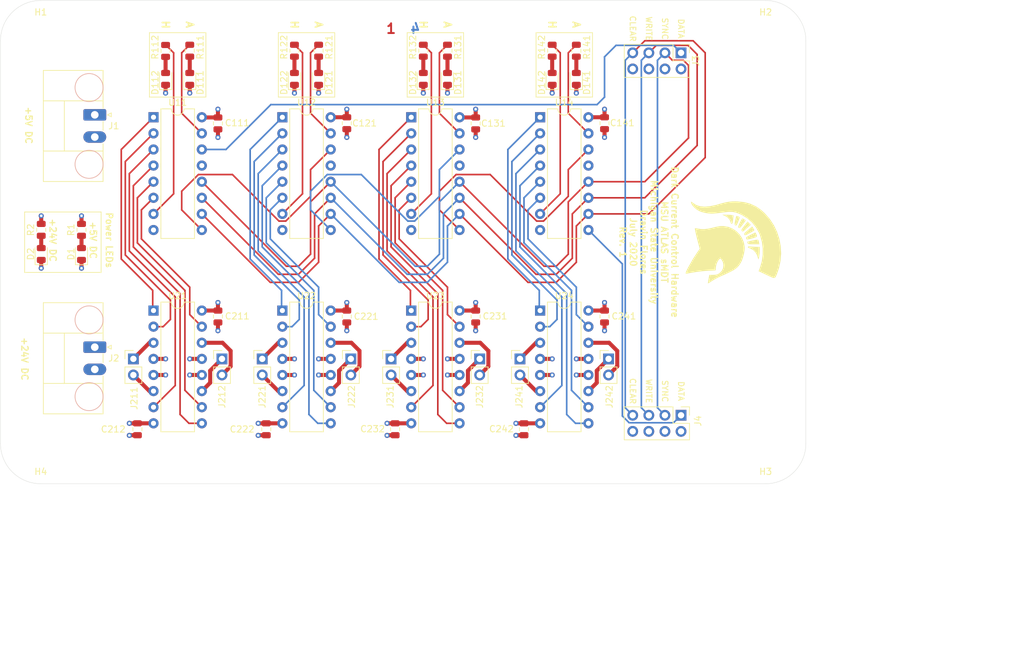
<source format=kicad_pcb>
(kicad_pcb (version 20171130) (host pcbnew "(5.1.6-0-10_14)")
  (title_block (title DCCH) (date 2020-06-25) (rev 1) (company "Michigan State University") (comment 1 "MSU ATLAS sMDT") (comment 2 "BPS 1200") (comment 3 "Dravin Flores"))
  (layers (0 SIG-1 signal) (1 PWR power) (2 GND power) (31 SIG-2 signal) (35 F.Paste user) (37 F.SilkS user) (39 F.Mask user) (44 Edge.Cuts user))
  (net 0 "")
  (net 1 GND)
  (net 2 +5V)
  (net 3 +24V)
  (net 4 DATA-IN)
  (net 5 WRITE)
  (net 6 SYNC)
  (net 7 CLEAR)
  (net 8 SER-13)
  (net 9 CON-11G)
  (net 10 CON-11F)
  (net 11 CON-11E)
  (net 12 CON-11D)
  (net 13 CON-11C)
  (net 14 SER-11)
  (net 15 CON-11B)
  (net 16 CON-12G)
  (net 17 CON-12F)
  (net 18 CON-12E)
  (net 19 CON-12D)
  (net 20 CON-12C)
  (net 21 SER-12)
  (net 22 CON-12B)
  (net 23 CON-13G)
  (net 24 CON-13F)
  (net 25 CON-13E)
  (net 26 CON-13D)
  (net 27 CON-13C)
  (net 28 CON-13B)
  (net 29 OUT-1A)
  (net 30 OUT-1B)
  (net 31 OUT-2A)
  (net 32 OUT-2B)
  (net 33 OUT-3A)
  (net 34 OUT-3B)
  (net 35 OUT-4A)
  (net 36 OUT-4B)
  (net 37 OUT-5A)
  (net 38 OUT-5B)
  (net 39 OUT-6A)
  (net 40 OUT-6B)
  (net 41 OUT-7A)
  (net 42 OUT-7B)
  (net 43 OUT-8A)
  (net 44 OUT-8B)
  (net 45 SER-14)
  (net 46 CON-14G)
  (net 47 CON-14F)
  (net 48 CON-14E)
  (net 49 CON-14D)
  (net 50 CON-14C)
  (net 51 CON-14B)
  (net 52 "Net-(D1-Pad2)")
  (net 53 "Net-(D2-Pad2)")
  (net 54 "Net-(D111-Pad2)")
  (net 55 "Net-(D112-Pad2)")
  (net 56 "Net-(D121-Pad2)")
  (net 57 "Net-(D122-Pad2)")
  (net 58 "Net-(D131-Pad2)")
  (net 59 "Net-(D132-Pad2)")
  (net 60 "Net-(D141-Pad2)")
  (net 61 "Net-(D142-Pad2)")
  (net 62 CON-11A)
  (net 63 CON-11H)
  (net 64 CON-12A)
  (net 65 CON-12H)
  (net 66 CON-13A)
  (net 67 CON-13H)
  (net 68 CON-14A)
  (net 69 CON-14H)
  (module MSU-LOGO:logo-kicad (layer SIG-1) (at 179.07 76.2 270)
    (fp_text reference G*** hide)
    (fp_text value LOGO hide)
  )
  (module Package_DIP:DIP-16_W7.62mm (layer SIG-1) (at 128.27 86.995)
    (fp_text reference U23 (at 3.81 -2.33) (layer F.SilkS))
    (fp_text value SN754410)
    (pad 1 thru_hole rect (at 0 0) (size 1.6 1.6) (drill 0.8) (layers *.Cu *.Mask) (net 28 CON-13B))
    (pad 9 thru_hole oval (at 7.62 17.78) (size 1.6 1.6) (drill 0.8) (layers *.Cu *.Mask) (net 25 CON-13E))
    (pad 2 thru_hole oval (at 0 2.54) (size 1.6 1.6) (drill 0.8) (layers *.Cu *.Mask) (net 27 CON-13C))
    (pad 10 thru_hole oval (at 7.62 15.24) (size 1.6 1.6) (drill 0.8) (layers *.Cu *.Mask) (net 24 CON-13F))
    (pad 3 thru_hole oval (at 0 5.08) (size 1.6 1.6) (drill 0.8) (layers *.Cu *.Mask) (net 37 OUT-5A))
    (pad 11 thru_hole oval (at 7.62 12.7) (size 1.6 1.6) (drill 0.8) (layers *.Cu *.Mask) (net 39 OUT-6A))
    (pad 4 thru_hole oval (at 0 7.62) (size 1.6 1.6) (drill 0.8) (layers *.Cu *.Mask) (net 1 GND))
    (pad 12 thru_hole oval (at 7.62 10.16) (size 1.6 1.6) (drill 0.8) (layers *.Cu *.Mask) (net 1 GND))
    (pad 5 thru_hole oval (at 0 10.16) (size 1.6 1.6) (drill 0.8) (layers *.Cu *.Mask) (net 1 GND))
    (pad 13 thru_hole oval (at 7.62 7.62) (size 1.6 1.6) (drill 0.8) (layers *.Cu *.Mask) (net 1 GND))
    (pad 6 thru_hole oval (at 0 12.7) (size 1.6 1.6) (drill 0.8) (layers *.Cu *.Mask) (net 38 OUT-5B))
    (pad 14 thru_hole oval (at 7.62 5.08) (size 1.6 1.6) (drill 0.8) (layers *.Cu *.Mask) (net 40 OUT-6B))
    (pad 7 thru_hole oval (at 0 15.24) (size 1.6 1.6) (drill 0.8) (layers *.Cu *.Mask) (net 26 CON-13D))
    (pad 15 thru_hole oval (at 7.62 2.54) (size 1.6 1.6) (drill 0.8) (layers *.Cu *.Mask) (net 23 CON-13G))
    (pad 8 thru_hole oval (at 0 17.78) (size 1.6 1.6) (drill 0.8) (layers *.Cu *.Mask) (net 3 +24V))
    (pad 16 thru_hole oval (at 7.62 0) (size 1.6 1.6) (drill 0.8) (layers *.Cu *.Mask) (net 2 +5V))
  )
  (module Package_DIP:DIP-16_W7.62mm (layer SIG-1) (at 148.59 86.995)
    (fp_text reference U24 (at 3.81 -2.33) (layer F.SilkS))
    (fp_text value SN754410)
    (pad 16 thru_hole oval (at 7.62 0) (size 1.6 1.6) (drill 0.8) (layers *.Cu *.Mask) (net 2 +5V))
    (pad 8 thru_hole oval (at 0 17.78) (size 1.6 1.6) (drill 0.8) (layers *.Cu *.Mask) (net 3 +24V))
    (pad 15 thru_hole oval (at 7.62 2.54) (size 1.6 1.6) (drill 0.8) (layers *.Cu *.Mask) (net 46 CON-14G))
    (pad 7 thru_hole oval (at 0 15.24) (size 1.6 1.6) (drill 0.8) (layers *.Cu *.Mask) (net 49 CON-14D))
    (pad 14 thru_hole oval (at 7.62 5.08) (size 1.6 1.6) (drill 0.8) (layers *.Cu *.Mask) (net 44 OUT-8B))
    (pad 6 thru_hole oval (at 0 12.7) (size 1.6 1.6) (drill 0.8) (layers *.Cu *.Mask) (net 42 OUT-7B))
    (pad 13 thru_hole oval (at 7.62 7.62) (size 1.6 1.6) (drill 0.8) (layers *.Cu *.Mask) (net 1 GND))
    (pad 5 thru_hole oval (at 0 10.16) (size 1.6 1.6) (drill 0.8) (layers *.Cu *.Mask) (net 1 GND))
    (pad 12 thru_hole oval (at 7.62 10.16) (size 1.6 1.6) (drill 0.8) (layers *.Cu *.Mask) (net 1 GND))
    (pad 4 thru_hole oval (at 0 7.62) (size 1.6 1.6) (drill 0.8) (layers *.Cu *.Mask) (net 1 GND))
    (pad 11 thru_hole oval (at 7.62 12.7) (size 1.6 1.6) (drill 0.8) (layers *.Cu *.Mask) (net 43 OUT-8A))
    (pad 3 thru_hole oval (at 0 5.08) (size 1.6 1.6) (drill 0.8) (layers *.Cu *.Mask) (net 41 OUT-7A))
    (pad 10 thru_hole oval (at 7.62 15.24) (size 1.6 1.6) (drill 0.8) (layers *.Cu *.Mask) (net 47 CON-14F))
    (pad 2 thru_hole oval (at 0 2.54) (size 1.6 1.6) (drill 0.8) (layers *.Cu *.Mask) (net 50 CON-14C))
    (pad 9 thru_hole oval (at 7.62 17.78) (size 1.6 1.6) (drill 0.8) (layers *.Cu *.Mask) (net 48 CON-14E))
    (pad 1 thru_hole rect (at 0 0) (size 1.6 1.6) (drill 0.8) (layers *.Cu *.Mask) (net 51 CON-14B))
  )
  (module Package_DIP:DIP-16_W7.62mm (layer SIG-1) (at 107.95 86.995)
    (fp_text reference U22 (at 3.81 -2.33) (layer F.SilkS))
    (fp_text value SN754410)
    (pad 16 thru_hole oval (at 7.62 0) (size 1.6 1.6) (drill 0.8) (layers *.Cu *.Mask) (net 2 +5V))
    (pad 8 thru_hole oval (at 0 17.78) (size 1.6 1.6) (drill 0.8) (layers *.Cu *.Mask) (net 3 +24V))
    (pad 15 thru_hole oval (at 7.62 2.54) (size 1.6 1.6) (drill 0.8) (layers *.Cu *.Mask) (net 16 CON-12G))
    (pad 7 thru_hole oval (at 0 15.24) (size 1.6 1.6) (drill 0.8) (layers *.Cu *.Mask) (net 19 CON-12D))
    (pad 14 thru_hole oval (at 7.62 5.08) (size 1.6 1.6) (drill 0.8) (layers *.Cu *.Mask) (net 36 OUT-4B))
    (pad 6 thru_hole oval (at 0 12.7) (size 1.6 1.6) (drill 0.8) (layers *.Cu *.Mask) (net 34 OUT-3B))
    (pad 13 thru_hole oval (at 7.62 7.62) (size 1.6 1.6) (drill 0.8) (layers *.Cu *.Mask) (net 1 GND))
    (pad 5 thru_hole oval (at 0 10.16) (size 1.6 1.6) (drill 0.8) (layers *.Cu *.Mask) (net 1 GND))
    (pad 12 thru_hole oval (at 7.62 10.16) (size 1.6 1.6) (drill 0.8) (layers *.Cu *.Mask) (net 1 GND))
    (pad 4 thru_hole oval (at 0 7.62) (size 1.6 1.6) (drill 0.8) (layers *.Cu *.Mask) (net 1 GND))
    (pad 11 thru_hole oval (at 7.62 12.7) (size 1.6 1.6) (drill 0.8) (layers *.Cu *.Mask) (net 35 OUT-4A))
    (pad 3 thru_hole oval (at 0 5.08) (size 1.6 1.6) (drill 0.8) (layers *.Cu *.Mask) (net 33 OUT-3A))
    (pad 10 thru_hole oval (at 7.62 15.24) (size 1.6 1.6) (drill 0.8) (layers *.Cu *.Mask) (net 17 CON-12F))
    (pad 2 thru_hole oval (at 0 2.54) (size 1.6 1.6) (drill 0.8) (layers *.Cu *.Mask) (net 20 CON-12C))
    (pad 9 thru_hole oval (at 7.62 17.78) (size 1.6 1.6) (drill 0.8) (layers *.Cu *.Mask) (net 18 CON-12E))
    (pad 1 thru_hole rect (at 0 0) (size 1.6 1.6) (drill 0.8) (layers *.Cu *.Mask) (net 22 CON-12B))
  )
  (module Package_DIP:DIP-16_W7.62mm (layer SIG-1) (at 87.63 86.995)
    (fp_text reference U21 (at 3.81 -2.33) (layer F.SilkS))
    (fp_text value SN754410)
    (pad 16 thru_hole oval (at 7.62 0) (size 1.6 1.6) (drill 0.8) (layers *.Cu *.Mask) (net 2 +5V))
    (pad 8 thru_hole oval (at 0 17.78) (size 1.6 1.6) (drill 0.8) (layers *.Cu *.Mask) (net 3 +24V))
    (pad 15 thru_hole oval (at 7.62 2.54) (size 1.6 1.6) (drill 0.8) (layers *.Cu *.Mask) (net 9 CON-11G))
    (pad 7 thru_hole oval (at 0 15.24) (size 1.6 1.6) (drill 0.8) (layers *.Cu *.Mask) (net 12 CON-11D))
    (pad 14 thru_hole oval (at 7.62 5.08) (size 1.6 1.6) (drill 0.8) (layers *.Cu *.Mask) (net 32 OUT-2B))
    (pad 6 thru_hole oval (at 0 12.7) (size 1.6 1.6) (drill 0.8) (layers *.Cu *.Mask) (net 30 OUT-1B))
    (pad 13 thru_hole oval (at 7.62 7.62) (size 1.6 1.6) (drill 0.8) (layers *.Cu *.Mask) (net 1 GND))
    (pad 5 thru_hole oval (at 0 10.16) (size 1.6 1.6) (drill 0.8) (layers *.Cu *.Mask) (net 1 GND))
    (pad 12 thru_hole oval (at 7.62 10.16) (size 1.6 1.6) (drill 0.8) (layers *.Cu *.Mask) (net 1 GND))
    (pad 4 thru_hole oval (at 0 7.62) (size 1.6 1.6) (drill 0.8) (layers *.Cu *.Mask) (net 1 GND))
    (pad 11 thru_hole oval (at 7.62 12.7) (size 1.6 1.6) (drill 0.8) (layers *.Cu *.Mask) (net 31 OUT-2A))
    (pad 3 thru_hole oval (at 0 5.08) (size 1.6 1.6) (drill 0.8) (layers *.Cu *.Mask) (net 29 OUT-1A))
    (pad 10 thru_hole oval (at 7.62 15.24) (size 1.6 1.6) (drill 0.8) (layers *.Cu *.Mask) (net 10 CON-11F))
    (pad 2 thru_hole oval (at 0 2.54) (size 1.6 1.6) (drill 0.8) (layers *.Cu *.Mask) (net 13 CON-11C))
    (pad 9 thru_hole oval (at 7.62 17.78) (size 1.6 1.6) (drill 0.8) (layers *.Cu *.Mask) (net 11 CON-11E))
    (pad 1 thru_hole rect (at 0 0) (size 1.6 1.6) (drill 0.8) (layers *.Cu *.Mask) (net 15 CON-11B))
  )
  (module Package_DIP:DIP-16_W7.62mm (layer SIG-1) (at 148.59 56.515)
    (fp_text reference U14 (at 3.81 -2.33) (layer F.SilkS))
    (fp_text value SN74HC595)
    (pad 16 thru_hole oval (at 7.62 0) (size 1.6 1.6) (drill 0.8) (layers *.Cu *.Mask) (net 2 +5V))
    (pad 8 thru_hole oval (at 0 17.78) (size 1.6 1.6) (drill 0.8) (layers *.Cu *.Mask) (net 1 GND))
    (pad 15 thru_hole oval (at 7.62 2.54) (size 1.6 1.6) (drill 0.8) (layers *.Cu *.Mask) (net 68 CON-14A))
    (pad 7 thru_hole oval (at 0 15.24) (size 1.6 1.6) (drill 0.8) (layers *.Cu *.Mask) (net 69 CON-14H))
    (pad 14 thru_hole oval (at 7.62 5.08) (size 1.6 1.6) (drill 0.8) (layers *.Cu *.Mask) (net 8 SER-13))
    (pad 6 thru_hole oval (at 0 12.7) (size 1.6 1.6) (drill 0.8) (layers *.Cu *.Mask) (net 46 CON-14G))
    (pad 13 thru_hole oval (at 7.62 7.62) (size 1.6 1.6) (drill 0.8) (layers *.Cu *.Mask) (net 1 GND))
    (pad 5 thru_hole oval (at 0 10.16) (size 1.6 1.6) (drill 0.8) (layers *.Cu *.Mask) (net 47 CON-14F))
    (pad 12 thru_hole oval (at 7.62 10.16) (size 1.6 1.6) (drill 0.8) (layers *.Cu *.Mask) (net 6 SYNC))
    (pad 4 thru_hole oval (at 0 7.62) (size 1.6 1.6) (drill 0.8) (layers *.Cu *.Mask) (net 48 CON-14E))
    (pad 11 thru_hole oval (at 7.62 12.7) (size 1.6 1.6) (drill 0.8) (layers *.Cu *.Mask) (net 5 WRITE))
    (pad 3 thru_hole oval (at 0 5.08) (size 1.6 1.6) (drill 0.8) (layers *.Cu *.Mask) (net 49 CON-14D))
    (pad 10 thru_hole oval (at 7.62 15.24) (size 1.6 1.6) (drill 0.8) (layers *.Cu *.Mask) (net 7 CLEAR))
    (pad 2 thru_hole oval (at 0 2.54) (size 1.6 1.6) (drill 0.8) (layers *.Cu *.Mask) (net 50 CON-14C))
    (pad 9 thru_hole oval (at 7.62 17.78) (size 1.6 1.6) (drill 0.8) (layers *.Cu *.Mask) (net 45 SER-14))
    (pad 1 thru_hole rect (at 0 0) (size 1.6 1.6) (drill 0.8) (layers *.Cu *.Mask) (net 51 CON-14B))
  )
  (module Package_DIP:DIP-16_W7.62mm (layer SIG-1) (at 128.27 56.515)
    (fp_text reference U13 (at 3.81 -2.33) (layer F.SilkS))
    (fp_text value SN74HC595)
    (pad 16 thru_hole oval (at 7.62 0) (size 1.6 1.6) (drill 0.8) (layers *.Cu *.Mask) (net 2 +5V))
    (pad 8 thru_hole oval (at 0 17.78) (size 1.6 1.6) (drill 0.8) (layers *.Cu *.Mask) (net 1 GND))
    (pad 15 thru_hole oval (at 7.62 2.54) (size 1.6 1.6) (drill 0.8) (layers *.Cu *.Mask) (net 66 CON-13A))
    (pad 7 thru_hole oval (at 0 15.24) (size 1.6 1.6) (drill 0.8) (layers *.Cu *.Mask) (net 67 CON-13H))
    (pad 14 thru_hole oval (at 7.62 5.08) (size 1.6 1.6) (drill 0.8) (layers *.Cu *.Mask) (net 21 SER-12))
    (pad 6 thru_hole oval (at 0 12.7) (size 1.6 1.6) (drill 0.8) (layers *.Cu *.Mask) (net 23 CON-13G))
    (pad 13 thru_hole oval (at 7.62 7.62) (size 1.6 1.6) (drill 0.8) (layers *.Cu *.Mask) (net 1 GND))
    (pad 5 thru_hole oval (at 0 10.16) (size 1.6 1.6) (drill 0.8) (layers *.Cu *.Mask) (net 24 CON-13F))
    (pad 12 thru_hole oval (at 7.62 10.16) (size 1.6 1.6) (drill 0.8) (layers *.Cu *.Mask) (net 6 SYNC))
    (pad 4 thru_hole oval (at 0 7.62) (size 1.6 1.6) (drill 0.8) (layers *.Cu *.Mask) (net 25 CON-13E))
    (pad 11 thru_hole oval (at 7.62 12.7) (size 1.6 1.6) (drill 0.8) (layers *.Cu *.Mask) (net 5 WRITE))
    (pad 3 thru_hole oval (at 0 5.08) (size 1.6 1.6) (drill 0.8) (layers *.Cu *.Mask) (net 26 CON-13D))
    (pad 10 thru_hole oval (at 7.62 15.24) (size 1.6 1.6) (drill 0.8) (layers *.Cu *.Mask) (net 7 CLEAR))
    (pad 2 thru_hole oval (at 0 2.54) (size 1.6 1.6) (drill 0.8) (layers *.Cu *.Mask) (net 27 CON-13C))
    (pad 9 thru_hole oval (at 7.62 17.78) (size 1.6 1.6) (drill 0.8) (layers *.Cu *.Mask) (net 8 SER-13))
    (pad 1 thru_hole rect (at 0 0) (size 1.6 1.6) (drill 0.8) (layers *.Cu *.Mask) (net 28 CON-13B))
  )
  (module Package_DIP:DIP-16_W7.62mm (layer SIG-1) (at 107.95 56.515)
    (fp_text reference U12 (at 3.81 -2.33) (layer F.SilkS))
    (fp_text value SN74HC595)
    (pad 16 thru_hole oval (at 7.62 0) (size 1.6 1.6) (drill 0.8) (layers *.Cu *.Mask) (net 2 +5V))
    (pad 8 thru_hole oval (at 0 17.78) (size 1.6 1.6) (drill 0.8) (layers *.Cu *.Mask) (net 1 GND))
    (pad 15 thru_hole oval (at 7.62 2.54) (size 1.6 1.6) (drill 0.8) (layers *.Cu *.Mask) (net 64 CON-12A))
    (pad 7 thru_hole oval (at 0 15.24) (size 1.6 1.6) (drill 0.8) (layers *.Cu *.Mask) (net 65 CON-12H))
    (pad 14 thru_hole oval (at 7.62 5.08) (size 1.6 1.6) (drill 0.8) (layers *.Cu *.Mask) (net 14 SER-11))
    (pad 6 thru_hole oval (at 0 12.7) (size 1.6 1.6) (drill 0.8) (layers *.Cu *.Mask) (net 16 CON-12G))
    (pad 13 thru_hole oval (at 7.62 7.62) (size 1.6 1.6) (drill 0.8) (layers *.Cu *.Mask) (net 1 GND))
    (pad 5 thru_hole oval (at 0 10.16) (size 1.6 1.6) (drill 0.8) (layers *.Cu *.Mask) (net 17 CON-12F))
    (pad 12 thru_hole oval (at 7.62 10.16) (size 1.6 1.6) (drill 0.8) (layers *.Cu *.Mask) (net 6 SYNC))
    (pad 4 thru_hole oval (at 0 7.62) (size 1.6 1.6) (drill 0.8) (layers *.Cu *.Mask) (net 18 CON-12E))
    (pad 11 thru_hole oval (at 7.62 12.7) (size 1.6 1.6) (drill 0.8) (layers *.Cu *.Mask) (net 5 WRITE))
    (pad 3 thru_hole oval (at 0 5.08) (size 1.6 1.6) (drill 0.8) (layers *.Cu *.Mask) (net 19 CON-12D))
    (pad 10 thru_hole oval (at 7.62 15.24) (size 1.6 1.6) (drill 0.8) (layers *.Cu *.Mask) (net 7 CLEAR))
    (pad 2 thru_hole oval (at 0 2.54) (size 1.6 1.6) (drill 0.8) (layers *.Cu *.Mask) (net 20 CON-12C))
    (pad 9 thru_hole oval (at 7.62 17.78) (size 1.6 1.6) (drill 0.8) (layers *.Cu *.Mask) (net 21 SER-12))
    (pad 1 thru_hole rect (at 0 0) (size 1.6 1.6) (drill 0.8) (layers *.Cu *.Mask) (net 22 CON-12B))
  )
  (module Package_DIP:DIP-16_W7.62mm (layer SIG-1) (at 87.63 56.515)
    (fp_text reference U11 (at 3.81 -2.33) (layer F.SilkS))
    (fp_text value SN74HC595)
    (pad 16 thru_hole oval (at 7.62 0) (size 1.6 1.6) (drill 0.8) (layers *.Cu *.Mask) (net 2 +5V))
    (pad 8 thru_hole oval (at 0 17.78) (size 1.6 1.6) (drill 0.8) (layers *.Cu *.Mask) (net 1 GND))
    (pad 15 thru_hole oval (at 7.62 2.54) (size 1.6 1.6) (drill 0.8) (layers *.Cu *.Mask) (net 62 CON-11A))
    (pad 7 thru_hole oval (at 0 15.24) (size 1.6 1.6) (drill 0.8) (layers *.Cu *.Mask) (net 63 CON-11H))
    (pad 14 thru_hole oval (at 7.62 5.08) (size 1.6 1.6) (drill 0.8) (layers *.Cu *.Mask) (net 4 DATA-IN))
    (pad 6 thru_hole oval (at 0 12.7) (size 1.6 1.6) (drill 0.8) (layers *.Cu *.Mask) (net 9 CON-11G))
    (pad 13 thru_hole oval (at 7.62 7.62) (size 1.6 1.6) (drill 0.8) (layers *.Cu *.Mask) (net 1 GND))
    (pad 5 thru_hole oval (at 0 10.16) (size 1.6 1.6) (drill 0.8) (layers *.Cu *.Mask) (net 10 CON-11F))
    (pad 12 thru_hole oval (at 7.62 10.16) (size 1.6 1.6) (drill 0.8) (layers *.Cu *.Mask) (net 6 SYNC))
    (pad 4 thru_hole oval (at 0 7.62) (size 1.6 1.6) (drill 0.8) (layers *.Cu *.Mask) (net 11 CON-11E))
    (pad 11 thru_hole oval (at 7.62 12.7) (size 1.6 1.6) (drill 0.8) (layers *.Cu *.Mask) (net 5 WRITE))
    (pad 3 thru_hole oval (at 0 5.08) (size 1.6 1.6) (drill 0.8) (layers *.Cu *.Mask) (net 12 CON-11D))
    (pad 10 thru_hole oval (at 7.62 15.24) (size 1.6 1.6) (drill 0.8) (layers *.Cu *.Mask) (net 7 CLEAR))
    (pad 2 thru_hole oval (at 0 2.54) (size 1.6 1.6) (drill 0.8) (layers *.Cu *.Mask) (net 13 CON-11C))
    (pad 9 thru_hole oval (at 7.62 17.78) (size 1.6 1.6) (drill 0.8) (layers *.Cu *.Mask) (net 14 SER-11))
    (pad 1 thru_hole rect (at 0 0) (size 1.6 1.6) (drill 0.8) (layers *.Cu *.Mask) (net 15 CON-11B))
  )
  (module Resistor_SMD:R_0805_2012Metric (layer SIG-1) (at 150.495 46.0225 90)
    (fp_text reference R142 (at 0.5565 -1.651 -90) (layer F.SilkS))
    (fp_text value R_US)
    (pad 2 smd roundrect (at 0.9375 0 90) (size 0.975 1.4) (layers SIG-1 F.Paste F.Mask) (net 69 CON-14H))
    (pad 1 smd roundrect (at -0.9375 0 90) (size 0.975 1.4) (layers SIG-1 F.Paste F.Mask) (net 61 "Net-(D142-Pad2)"))
  )
  (module Resistor_SMD:R_0805_2012Metric (layer SIG-1) (at 154.305 46.0225 90)
    (fp_text reference R141 (at 0.5565 1.651 -90) (layer F.SilkS))
    (fp_text value R_US)
    (pad 2 smd roundrect (at 0.9375 0 90) (size 0.975 1.4) (layers SIG-1 F.Paste F.Mask) (net 68 CON-14A))
    (pad 1 smd roundrect (at -0.9375 0 90) (size 0.975 1.4) (layers SIG-1 F.Paste F.Mask) (net 60 "Net-(D141-Pad2)"))
  )
  (module Resistor_SMD:R_0805_2012Metric (layer SIG-1) (at 130.175 46.0225 90)
    (fp_text reference R132 (at 0.5565 -1.651 -90) (layer F.SilkS))
    (fp_text value R_US)
    (pad 2 smd roundrect (at 0.9375 0 90) (size 0.975 1.4) (layers SIG-1 F.Paste F.Mask) (net 67 CON-13H))
    (pad 1 smd roundrect (at -0.9375 0 90) (size 0.975 1.4) (layers SIG-1 F.Paste F.Mask) (net 59 "Net-(D132-Pad2)"))
  )
  (module Resistor_SMD:R_0805_2012Metric (layer SIG-1) (at 133.985 46.0225 90)
    (fp_text reference R131 (at 0.5565 1.651 -90) (layer F.SilkS))
    (fp_text value R_US)
    (pad 2 smd roundrect (at 0.9375 0 90) (size 0.975 1.4) (layers SIG-1 F.Paste F.Mask) (net 66 CON-13A))
    (pad 1 smd roundrect (at -0.9375 0 90) (size 0.975 1.4) (layers SIG-1 F.Paste F.Mask) (net 58 "Net-(D131-Pad2)"))
  )
  (module Resistor_SMD:R_0805_2012Metric (layer SIG-1) (at 109.855 46.0225 90)
    (fp_text reference R122 (at 0.5565 -1.651 -90) (layer F.SilkS))
    (fp_text value R_US)
    (pad 2 smd roundrect (at 0.9375 0 90) (size 0.975 1.4) (layers SIG-1 F.Paste F.Mask) (net 65 CON-12H))
    (pad 1 smd roundrect (at -0.9375 0 90) (size 0.975 1.4) (layers SIG-1 F.Paste F.Mask) (net 57 "Net-(D122-Pad2)"))
  )
  (module Resistor_SMD:R_0805_2012Metric (layer SIG-1) (at 113.665 46.0225 90)
    (fp_text reference R121 (at 0.5565 1.651 -90) (layer F.SilkS))
    (fp_text value R_US)
    (pad 2 smd roundrect (at 0.9375 0 90) (size 0.975 1.4) (layers SIG-1 F.Paste F.Mask) (net 64 CON-12A))
    (pad 1 smd roundrect (at -0.9375 0 90) (size 0.975 1.4) (layers SIG-1 F.Paste F.Mask) (net 56 "Net-(D121-Pad2)"))
  )
  (module Resistor_SMD:R_0805_2012Metric (layer SIG-1) (at 89.535 46.0525 90)
    (fp_text reference R112 (at 0.5865 -1.651 -90) (layer F.SilkS))
    (fp_text value R_US)
    (pad 2 smd roundrect (at 0.9375 0 90) (size 0.975 1.4) (layers SIG-1 F.Paste F.Mask) (net 63 CON-11H))
    (pad 1 smd roundrect (at -0.9375 0 90) (size 0.975 1.4) (layers SIG-1 F.Paste F.Mask) (net 55 "Net-(D112-Pad2)"))
  )
  (module Resistor_SMD:R_0805_2012Metric (layer SIG-1) (at 93.345 46.0225 90)
    (fp_text reference R111 (at 0.5565 1.651 -90) (layer F.SilkS))
    (fp_text value R_US)
    (pad 2 smd roundrect (at 0.9375 0 90) (size 0.975 1.4) (layers SIG-1 F.Paste F.Mask) (net 62 CON-11A))
    (pad 1 smd roundrect (at -0.9375 0 90) (size 0.975 1.4) (layers SIG-1 F.Paste F.Mask) (net 54 "Net-(D111-Pad2)"))
  )
  (module Resistor_SMD:R_0805_2012Metric (layer SIG-1) (at 69.9262 74.2673 90)
    (fp_text reference R2 (at 0 -1.65 -90) (layer F.SilkS))
    (fp_text value R_US)
    (pad 2 smd roundrect (at 0.9375 0 90) (size 0.975 1.4) (layers SIG-1 F.Paste F.Mask) (net 3 +24V))
    (pad 1 smd roundrect (at -0.9375 0 90) (size 0.975 1.4) (layers SIG-1 F.Paste F.Mask) (net 53 "Net-(D2-Pad2)"))
  )
  (module Resistor_SMD:R_0805_2012Metric (layer SIG-1) (at 76.2762 74.2673 90)
    (fp_text reference R1 (at 0 -1.65 -90) (layer F.SilkS))
    (fp_text value R_US)
    (pad 2 smd roundrect (at 0.9375 0 90) (size 0.975 1.4) (layers SIG-1 F.Paste F.Mask) (net 2 +5V))
    (pad 1 smd roundrect (at -0.9375 0 90) (size 0.975 1.4) (layers SIG-1 F.Paste F.Mask) (net 52 "Net-(D1-Pad2)"))
  )
  (module Connector_PinHeader_2.54mm:PinHeader_1x02_P2.54mm_Vertical (layer SIG-1) (at 159.385 94.615)
    (fp_text reference J242 (at 0.127 5.969 -90) (layer F.SilkS))
    (fp_text value Conn_01x02)
    (pad 2 thru_hole oval (at 0 2.54) (size 1.7 1.7) (drill 1) (layers *.Cu *.Mask) (net 44 OUT-8B))
    (pad 1 thru_hole rect (at 0 0) (size 1.7 1.7) (drill 1) (layers *.Cu *.Mask) (net 43 OUT-8A))
  )
  (module Connector_PinHeader_2.54mm:PinHeader_1x02_P2.54mm_Vertical (layer SIG-1) (at 145.415 94.615)
    (fp_text reference J241 (at -0.127 5.969 -90) (layer F.SilkS))
    (fp_text value Conn_01x02)
    (pad 2 thru_hole oval (at 0 2.54) (size 1.7 1.7) (drill 1) (layers *.Cu *.Mask) (net 42 OUT-7B))
    (pad 1 thru_hole rect (at 0 0) (size 1.7 1.7) (drill 1) (layers *.Cu *.Mask) (net 41 OUT-7A))
  )
  (module Connector_PinHeader_2.54mm:PinHeader_1x02_P2.54mm_Vertical (layer SIG-1) (at 139.065 94.615)
    (fp_text reference J232 (at 0 5.969 -90) (layer F.SilkS))
    (fp_text value Conn_01x02)
    (pad 2 thru_hole oval (at 0 2.54) (size 1.7 1.7) (drill 1) (layers *.Cu *.Mask) (net 40 OUT-6B))
    (pad 1 thru_hole rect (at 0 0) (size 1.7 1.7) (drill 1) (layers *.Cu *.Mask) (net 39 OUT-6A))
  )
  (module Connector_PinHeader_2.54mm:PinHeader_1x02_P2.54mm_Vertical (layer SIG-1) (at 125.095 94.615)
    (fp_text reference J231 (at -0.127 5.969 -90) (layer F.SilkS))
    (fp_text value Conn_01x02)
    (pad 2 thru_hole oval (at 0 2.54) (size 1.7 1.7) (drill 1) (layers *.Cu *.Mask) (net 38 OUT-5B))
    (pad 1 thru_hole rect (at 0 0) (size 1.7 1.7) (drill 1) (layers *.Cu *.Mask) (net 37 OUT-5A))
  )
  (module Connector_PinHeader_2.54mm:PinHeader_1x02_P2.54mm_Vertical (layer SIG-1) (at 118.745 94.615)
    (fp_text reference J222 (at 0.127 5.969 -90) (layer F.SilkS))
    (fp_text value Conn_01x02)
    (pad 2 thru_hole oval (at 0 2.54) (size 1.7 1.7) (drill 1) (layers *.Cu *.Mask) (net 36 OUT-4B))
    (pad 1 thru_hole rect (at 0 0) (size 1.7 1.7) (drill 1) (layers *.Cu *.Mask) (net 35 OUT-4A))
  )
  (module Connector_PinHeader_2.54mm:PinHeader_1x02_P2.54mm_Vertical (layer SIG-1) (at 104.775 94.615)
    (fp_text reference J221 (at 0 5.969 -90) (layer F.SilkS))
    (fp_text value Conn_01x02)
    (pad 2 thru_hole oval (at 0 2.54) (size 1.7 1.7) (drill 1) (layers *.Cu *.Mask) (net 34 OUT-3B))
    (pad 1 thru_hole rect (at 0 0) (size 1.7 1.7) (drill 1) (layers *.Cu *.Mask) (net 33 OUT-3A))
  )
  (module Connector_PinHeader_2.54mm:PinHeader_1x02_P2.54mm_Vertical (layer SIG-1) (at 98.425 94.615)
    (fp_text reference J212 (at 0 5.969 -90) (layer F.SilkS))
    (fp_text value Conn_01x02)
    (pad 2 thru_hole oval (at 0 2.54) (size 1.7 1.7) (drill 1) (layers *.Cu *.Mask) (net 32 OUT-2B))
    (pad 1 thru_hole rect (at 0 0) (size 1.7 1.7) (drill 1) (layers *.Cu *.Mask) (net 31 OUT-2A))
  )
  (module Connector_PinHeader_2.54mm:PinHeader_1x02_P2.54mm_Vertical (layer SIG-1) (at 84.455 94.615)
    (fp_text reference J211 (at 0.127 6.223 -270) (layer F.SilkS))
    (fp_text value Conn_01x02)
    (pad 2 thru_hole oval (at 0 2.54) (size 1.7 1.7) (drill 1) (layers *.Cu *.Mask) (net 30 OUT-1B))
    (pad 1 thru_hole rect (at 0 0) (size 1.7 1.7) (drill 1) (layers *.Cu *.Mask) (net 29 OUT-1A))
  )
  (module Connector_PinHeader_2.54mm:PinHeader_2x04_P2.54mm_Vertical (layer SIG-1) (at 170.815 103.505 270)
    (fp_text reference J4 (at 0.889 -2.667 270) (layer F.SilkS))
    (fp_text value Conn_02x04_Odd_Even)
    (pad 8 thru_hole oval (at 2.54 7.62 270) (size 1.7 1.7) (drill 1) (layers *.Cu *.Mask) (net 1 GND))
    (pad 7 thru_hole oval (at 0 7.62 270) (size 1.7 1.7) (drill 1) (layers *.Cu *.Mask) (net 7 CLEAR))
    (pad 6 thru_hole oval (at 2.54 5.08 270) (size 1.7 1.7) (drill 1) (layers *.Cu *.Mask) (net 1 GND))
    (pad 5 thru_hole oval (at 0 5.08 270) (size 1.7 1.7) (drill 1) (layers *.Cu *.Mask) (net 5 WRITE))
    (pad 4 thru_hole oval (at 2.54 2.54 270) (size 1.7 1.7) (drill 1) (layers *.Cu *.Mask) (net 1 GND))
    (pad 3 thru_hole oval (at 0 2.54 270) (size 1.7 1.7) (drill 1) (layers *.Cu *.Mask) (net 6 SYNC))
    (pad 2 thru_hole oval (at 2.54 0 270) (size 1.7 1.7) (drill 1) (layers *.Cu *.Mask) (net 1 GND))
    (pad 1 thru_hole rect (at 0 0 270) (size 1.7 1.7) (drill 1) (layers *.Cu *.Mask) (net 45 SER-14))
  )
  (module Connector_PinHeader_2.54mm:PinHeader_2x04_P2.54mm_Vertical (layer SIG-1) (at 170.815 46.355 270)
    (fp_text reference J3 (at 1.27 -2.33 90) (layer F.SilkS))
    (fp_text value Conn_02x04_Odd_Even)
    (pad 8 thru_hole oval (at 2.54 7.62 270) (size 1.7 1.7) (drill 1) (layers *.Cu *.Mask) (net 1 GND))
    (pad 7 thru_hole oval (at 0 7.62 270) (size 1.7 1.7) (drill 1) (layers *.Cu *.Mask) (net 7 CLEAR))
    (pad 6 thru_hole oval (at 2.54 5.08 270) (size 1.7 1.7) (drill 1) (layers *.Cu *.Mask) (net 1 GND))
    (pad 5 thru_hole oval (at 0 5.08 270) (size 1.7 1.7) (drill 1) (layers *.Cu *.Mask) (net 5 WRITE))
    (pad 4 thru_hole oval (at 2.54 2.54 270) (size 1.7 1.7) (drill 1) (layers *.Cu *.Mask) (net 1 GND))
    (pad 3 thru_hole oval (at 0 2.54 270) (size 1.7 1.7) (drill 1) (layers *.Cu *.Mask) (net 6 SYNC))
    (pad 2 thru_hole oval (at 2.54 0 270) (size 1.7 1.7) (drill 1) (layers *.Cu *.Mask) (net 1 GND))
    (pad 1 thru_hole rect (at 0 0 270) (size 1.7 1.7) (drill 1) (layers *.Cu *.Mask) (net 4 DATA-IN))
  )
  (module Connector_Phoenix_MC:PhoenixContact_MC_1,5_2-GF-3.5_1x02_P3.50mm_Horizontal_ThreadedFlange_MountHole (layer SIG-1) (at 78.37 92.766 270)
    (fp_text reference J2 (at 1.75 -3) (layer F.SilkS))
    (fp_text value Conn_01x02)
    (pad "" np_thru_hole circle (at 7.8 0.9 270) (size 2.4 2.4) (drill 2.4) (layers *.Cu *.Mask))
    (pad "" np_thru_hole circle (at -4.3 0.9 270) (size 2.4 2.4) (drill 2.4) (layers *.Cu *.Mask))
    (pad 2 thru_hole oval (at 3.5 0 270) (size 1.8 3.6) (drill 1.2) (layers *.Cu *.Mask) (net 1 GND))
    (pad 1 thru_hole roundrect (at 0 0 270) (size 1.8 3.6) (drill 1.2) (layers *.Cu *.Mask) (roundrect_rratio 0.138889) (net 3 +24V))
  )
  (module Connector_Phoenix_MC:PhoenixContact_MC_1,5_2-GF-3.5_1x02_P3.50mm_Horizontal_ThreadedFlange_MountHole (layer SIG-1) (at 78.37 56.134 270)
    (fp_text reference J1 (at 1.75 -3 180) (layer F.SilkS))
    (fp_text value Conn_01x02)
    (pad 1 thru_hole roundrect (at 0 0 270) (size 1.8 3.6) (drill 1.2) (layers *.Cu *.Mask) (roundrect_rratio 0.138889) (net 2 +5V))
    (pad 2 thru_hole oval (at 3.5 0 270) (size 1.8 3.6) (drill 1.2) (layers *.Cu *.Mask) (net 1 GND))
    (pad "" np_thru_hole circle (at -4.3 0.9 270) (size 2.4 2.4) (drill 2.4) (layers *.Cu *.Mask))
    (pad "" np_thru_hole circle (at 7.8 0.9 270) (size 2.4 2.4) (drill 2.4) (layers *.Cu *.Mask))
  )
  (module MountingHole:MountingHole_3.5mm (layer SIG-1) (at 69.85 107.95)
    (fp_text reference H4 (at 0 4.445) (layer F.SilkS))
    (fp_text value MountingHole)
    (pad 1 np_thru_hole circle (at 0 0) (size 3.5 3.5) (drill 3.5) (layers *.Cu *.Mask))
  )
  (module MountingHole:MountingHole_3.5mm (layer SIG-1) (at 184.15 107.95)
    (fp_text reference H3 (at 0 4.445) (layer F.SilkS))
    (fp_text value MountingHole)
    (pad 1 np_thru_hole circle (at 0 0) (size 3.5 3.5) (drill 3.5) (layers *.Cu *.Mask))
  )
  (module MountingHole:MountingHole_3.5mm (layer SIG-1) (at 184.15 44.45)
    (fp_text reference H2 (at 0 -4.5) (layer F.SilkS))
    (fp_text value MountingHole)
    (pad 1 np_thru_hole circle (at 0 0) (size 3.5 3.5) (drill 3.5) (layers *.Cu *.Mask))
  )
  (module MountingHole:MountingHole_3.5mm (layer SIG-1) (at 69.85 44.45)
    (fp_text reference H1 (at 0 -4.5) (layer F.SilkS))
    (fp_text value MountingHole)
    (pad 1 np_thru_hole circle (at 0 0) (size 3.5 3.5) (drill 3.5) (layers *.Cu *.Mask))
  )
  (module LED_SMD:LED_0805_2012Metric (layer SIG-1) (at 150.495 50.4675 90)
    (fp_text reference D142 (at -0.5865 -1.651 -90) (layer F.SilkS))
    (fp_text value LED)
    (pad 2 smd roundrect (at 0.9375 0 90) (size 0.975 1.4) (layers SIG-1 F.Paste F.Mask) (net 61 "Net-(D142-Pad2)"))
    (pad 1 smd roundrect (at -0.9375 0 90) (size 0.975 1.4) (layers SIG-1 F.Paste F.Mask) (net 1 GND))
  )
  (module LED_SMD:LED_0805_2012Metric (layer SIG-1) (at 154.305 50.4675 90)
    (fp_text reference D141 (at -0.5865 1.651 -90) (layer F.SilkS))
    (fp_text value LED)
    (pad 1 smd roundrect (at -0.9375 0 90) (size 0.975 1.4) (layers SIG-1 F.Paste F.Mask) (net 1 GND))
    (pad 2 smd roundrect (at 0.9375 0 90) (size 0.975 1.4) (layers SIG-1 F.Paste F.Mask) (net 60 "Net-(D141-Pad2)"))
  )
  (module LED_SMD:LED_0805_2012Metric (layer SIG-1) (at 130.175 50.4675 90)
    (fp_text reference D132 (at -0.5865 -1.651 -90) (layer F.SilkS))
    (fp_text value LED)
    (pad 2 smd roundrect (at 0.9375 0 90) (size 0.975 1.4) (layers SIG-1 F.Paste F.Mask) (net 59 "Net-(D132-Pad2)"))
    (pad 1 smd roundrect (at -0.9375 0 90) (size 0.975 1.4) (layers SIG-1 F.Paste F.Mask) (net 1 GND))
  )
  (module LED_SMD:LED_0805_2012Metric (layer SIG-1) (at 133.985 50.4675 90)
    (fp_text reference D131 (at -0.5865 1.651 -90) (layer F.SilkS))
    (fp_text value LED)
    (pad 2 smd roundrect (at 0.9375 0 90) (size 0.975 1.4) (layers SIG-1 F.Paste F.Mask) (net 58 "Net-(D131-Pad2)"))
    (pad 1 smd roundrect (at -0.9375 0 90) (size 0.975 1.4) (layers SIG-1 F.Paste F.Mask) (net 1 GND))
  )
  (module LED_SMD:LED_0805_2012Metric (layer SIG-1) (at 109.855 50.4675 90)
    (fp_text reference D122 (at -0.5865 -1.651 -90) (layer F.SilkS))
    (fp_text value LED)
    (pad 2 smd roundrect (at 0.9375 0 90) (size 0.975 1.4) (layers SIG-1 F.Paste F.Mask) (net 57 "Net-(D122-Pad2)"))
    (pad 1 smd roundrect (at -0.9375 0 90) (size 0.975 1.4) (layers SIG-1 F.Paste F.Mask) (net 1 GND))
  )
  (module LED_SMD:LED_0805_2012Metric (layer SIG-1) (at 113.665 50.4675 90)
    (fp_text reference D121 (at -0.5865 1.651 -90) (layer F.SilkS))
    (fp_text value LED)
    (pad 2 smd roundrect (at 0.9375 0 90) (size 0.975 1.4) (layers SIG-1 F.Paste F.Mask) (net 56 "Net-(D121-Pad2)"))
    (pad 1 smd roundrect (at -0.9375 0 90) (size 0.975 1.4) (layers SIG-1 F.Paste F.Mask) (net 1 GND))
  )
  (module LED_SMD:LED_0805_2012Metric (layer SIG-1) (at 89.535 50.4675 90)
    (fp_text reference D112 (at -0.5865 -1.651 -90) (layer F.SilkS))
    (fp_text value LED)
    (pad 2 smd roundrect (at 0.9375 0 90) (size 0.975 1.4) (layers SIG-1 F.Paste F.Mask) (net 55 "Net-(D112-Pad2)"))
    (pad 1 smd roundrect (at -0.9375 0 90) (size 0.975 1.4) (layers SIG-1 F.Paste F.Mask) (net 1 GND))
  )
  (module LED_SMD:LED_0805_2012Metric (layer SIG-1) (at 93.345 50.4675 90)
    (fp_text reference D111 (at -0.5865 1.651 -90) (layer F.SilkS))
    (fp_text value LED)
    (pad 2 smd roundrect (at 0.9375 0 90) (size 0.975 1.4) (layers SIG-1 F.Paste F.Mask) (net 54 "Net-(D111-Pad2)"))
    (pad 1 smd roundrect (at -0.9375 0 90) (size 0.975 1.4) (layers SIG-1 F.Paste F.Mask) (net 1 GND))
  )
  (module LED_SMD:LED_0805_2012Metric (layer SIG-1) (at 69.9262 78.0773 90)
    (fp_text reference D2 (at 0 -1.65 -90) (layer F.SilkS))
    (fp_text value LED)
    (pad 2 smd roundrect (at 0.9375 0 90) (size 0.975 1.4) (layers SIG-1 F.Paste F.Mask) (net 53 "Net-(D2-Pad2)"))
    (pad 1 smd roundrect (at -0.9375 0 90) (size 0.975 1.4) (layers SIG-1 F.Paste F.Mask) (net 1 GND))
  )
  (module LED_SMD:LED_0805_2012Metric (layer SIG-1) (at 76.2762 78.0773 90)
    (fp_text reference D1 (at 0 -1.65 -90) (layer F.SilkS))
    (fp_text value LED)
    (pad 2 smd roundrect (at 0.9375 0 90) (size 0.975 1.4) (layers SIG-1 F.Paste F.Mask) (net 52 "Net-(D1-Pad2)"))
    (pad 1 smd roundrect (at -0.9375 0 90) (size 0.975 1.4) (layers SIG-1 F.Paste F.Mask) (net 1 GND))
  )
  (module Capacitor_SMD:C_0805_2012Metric (layer SIG-1) (at 146.05 105.7125 270)
    (fp_text reference C242 (at -0.0485 3.556 180) (layer F.SilkS))
    (fp_text value "1 uF")
    (pad 2 smd roundrect (at 0.9375 0 270) (size 0.975 1.4) (layers SIG-1 F.Paste F.Mask) (net 1 GND))
    (pad 1 smd roundrect (at -0.9375 0 270) (size 0.975 1.4) (layers SIG-1 F.Paste F.Mask) (net 3 +24V))
  )
  (module Capacitor_SMD:C_0805_2012Metric (layer SIG-1) (at 158.75 87.9325 270)
    (fp_text reference C241 (at -0.0485 -3.048 180) (layer F.SilkS))
    (fp_text value "0.1 uF")
    (pad 2 smd roundrect (at 0.9375 0 270) (size 0.975 1.4) (layers SIG-1 F.Paste F.Mask) (net 1 GND))
    (pad 1 smd roundrect (at -0.9375 0 270) (size 0.975 1.4) (layers SIG-1 F.Paste F.Mask) (net 2 +5V))
  )
  (module Capacitor_SMD:C_0805_2012Metric (layer SIG-1) (at 125.73 105.7125 270)
    (fp_text reference C232 (at -0.0485 3.556 180) (layer F.SilkS))
    (fp_text value "1 uF")
    (pad 1 smd roundrect (at -0.9375 0 270) (size 0.975 1.4) (layers SIG-1 F.Paste F.Mask) (net 3 +24V))
    (pad 2 smd roundrect (at 0.9375 0 270) (size 0.975 1.4) (layers SIG-1 F.Paste F.Mask) (net 1 GND))
  )
  (module Capacitor_SMD:C_0805_2012Metric (layer SIG-1) (at 138.43 87.9325 270)
    (fp_text reference C231 (at -0.0485 -3.048 180) (layer F.SilkS))
    (fp_text value "0.1 uF")
    (pad 1 smd roundrect (at -0.9375 0 270) (size 0.975 1.4) (layers SIG-1 F.Paste F.Mask) (net 2 +5V))
    (pad 2 smd roundrect (at 0.9375 0 270) (size 0.975 1.4) (layers SIG-1 F.Paste F.Mask) (net 1 GND))
  )
  (module Capacitor_SMD:C_0805_2012Metric (layer SIG-1) (at 105.41 105.7125 270)
    (fp_text reference C222 (at 0 3.81 180) (layer F.SilkS))
    (fp_text value "1 uF")
    (pad 2 smd roundrect (at 0.9375 0 270) (size 0.975 1.4) (layers SIG-1 F.Paste F.Mask) (net 1 GND))
    (pad 1 smd roundrect (at -0.9375 0 270) (size 0.975 1.4) (layers SIG-1 F.Paste F.Mask) (net 3 +24V))
  )
  (module Capacitor_SMD:C_0805_2012Metric (layer SIG-1) (at 118.11 87.9325 270)
    (fp_text reference C221 (at 0 -3.048 180) (layer F.SilkS))
    (fp_text value "0.1 uF")
    (pad 2 smd roundrect (at 0.9375 0 270) (size 0.975 1.4) (layers SIG-1 F.Paste F.Mask) (net 1 GND))
    (pad 1 smd roundrect (at -0.9375 0 270) (size 0.975 1.4) (layers SIG-1 F.Paste F.Mask) (net 2 +5V))
  )
  (module Capacitor_SMD:C_0805_2012Metric (layer SIG-1) (at 85.09 105.7125 270)
    (fp_text reference C212 (at 0 3.81 180) (layer F.SilkS))
    (fp_text value "1 uF")
    (pad 2 smd roundrect (at 0.9375 0 270) (size 0.975 1.4) (layers SIG-1 F.Paste F.Mask) (net 1 GND))
    (pad 1 smd roundrect (at -0.9375 0 270) (size 0.975 1.4) (layers SIG-1 F.Paste F.Mask) (net 3 +24V))
  )
  (module Capacitor_SMD:C_0805_2012Metric (layer SIG-1) (at 97.79 87.9325 270)
    (fp_text reference C211 (at -0.0485 -3.048 180) (layer F.SilkS))
    (fp_text value "0.1 uF")
    (pad 2 smd roundrect (at 0.9375 0 270) (size 0.975 1.4) (layers SIG-1 F.Paste F.Mask) (net 1 GND))
    (pad 1 smd roundrect (at -0.9375 0 270) (size 0.975 1.4) (layers SIG-1 F.Paste F.Mask) (net 2 +5V))
  )
  (module Capacitor_SMD:C_0805_2012Metric (layer SIG-1) (at 158.75 57.4525 270)
    (fp_text reference C141 (at -0.0485 -2.794 180) (layer F.SilkS))
    (fp_text value "0.1 uF")
    (pad 1 smd roundrect (at -0.9375 0 270) (size 0.975 1.4) (layers SIG-1 F.Paste F.Mask) (net 2 +5V))
    (pad 2 smd roundrect (at 0.9375 0 270) (size 0.975 1.4) (layers SIG-1 F.Paste F.Mask) (net 1 GND))
  )
  (module Capacitor_SMD:C_0805_2012Metric (layer SIG-1) (at 138.43 57.4825 270)
    (fp_text reference C131 (at 0 -2.794 180) (layer F.SilkS))
    (fp_text value "0.1 uF")
    (pad 2 smd roundrect (at 0.9375 0 270) (size 0.975 1.4) (layers SIG-1 F.Paste F.Mask) (net 1 GND))
    (pad 1 smd roundrect (at -0.9375 0 270) (size 0.975 1.4) (layers SIG-1 F.Paste F.Mask) (net 2 +5V))
  )
  (module Capacitor_SMD:C_0805_2012Metric (layer SIG-1) (at 118.11 57.4525 270)
    (fp_text reference C121 (at 0 -2.794 180) (layer F.SilkS))
    (fp_text value "0.1 uF")
    (pad 2 smd roundrect (at 0.9375 0 270) (size 0.975 1.4) (layers SIG-1 F.Paste F.Mask) (net 1 GND))
    (pad 1 smd roundrect (at -0.9375 0 270) (size 0.975 1.4) (layers SIG-1 F.Paste F.Mask) (net 2 +5V))
  )
  (module Capacitor_SMD:C_0805_2012Metric (layer SIG-1) (at 97.79 57.4825 270)
    (fp_text reference C111 (at -0.0785 -3.048 180) (layer F.SilkS))
    (fp_text value "0.1 uF")
    (pad 2 smd roundrect (at 0.9375 0 270) (size 0.975 1.4) (layers SIG-1 F.Paste F.Mask) (net 1 GND))
    (pad 1 smd roundrect (at -0.9375 0 270) (size 0.975 1.4) (layers SIG-1 F.Paste F.Mask) (net 2 +5V))
  )
  (gr_text CLEAR (at 163.195 99.695 270) (layer F.SilkS) (effects (font (size 0.889 0.889) (thickness 0.1524))))
  (gr_text SYNC (at 168.275 99.695 270) (layer F.SilkS) (effects (font (size 0.889 0.889) (thickness 0.1524))))
  (gr_text WRITE (at 165.735 99.695 270) (layer F.SilkS) (effects (font (size 0.889 0.889) (thickness 0.1524))))
  (gr_text DATA (at 170.815 99.695 270) (layer F.SilkS) (effects (font (size 0.889 0.889) (thickness 0.1524))))
  (gr_text DATA (at 170.815 42.545 270) (layer F.SilkS) (effects (font (size 0.889 0.889) (thickness 0.1524))))
  (gr_text SYNC (at 168.275 42.545 270) (layer F.SilkS) (effects (font (size 0.889 0.889) (thickness 0.1524))))
  (gr_text WRITE (at 165.735 42.545 270) (layer F.SilkS) (effects (font (size 0.889 0.889) (thickness 0.1524))))
  (gr_text CLEAR (at 163.195 42.545 270) (layer F.SilkS) (effects (font (size 0.889 0.889) (thickness 0.1524))))
  (gr_text H (at 89.535 41.91 270) (layer F.SilkS) (effects (font (size 1.143 1.143) (thickness 0.254))))
  (gr_text A (at 93.345 41.91 270) (layer F.SilkS) (effects (font (size 1.143 1.143) (thickness 0.254))))
  (gr_text H (at 109.855 41.91 270) (layer F.SilkS) (effects (font (size 1.143 1.143) (thickness 0.254))))
  (gr_text A (at 113.665 41.91 270) (layer F.SilkS) (effects (font (size 1.143 1.143) (thickness 0.254))))
  (gr_text H (at 130.175 41.91 270) (layer F.SilkS) (effects (font (size 1.143 1.143) (thickness 0.254))))
  (gr_text A (at 133.985 41.91 270) (layer F.SilkS) (effects (font (size 1.143 1.143) (thickness 0.254))))
  (gr_text H (at 150.495 41.91 270) (layer F.SilkS) (effects (font (size 1.143 1.143) (thickness 0.254))))
  (gr_text A (at 154.305 41.91 270) (layer F.SilkS) (effects (font (size 1.143 1.143) (thickness 0.254))))
  (gr_text "+24V DC" (at 67.31 94.615 270) (layer F.SilkS) (effects (font (size 1 1) (thickness 0.2032))))
  (gr_text "+5V DC" (at 67.945 57.785 270) (layer F.SilkS) (effects (font (size 1 1) (thickness 0.2032))))
  (gr_line (start 86.995 53.34) (end 95.885 53.34) (layer F.SilkS) (width 0.12))
  (gr_line (start 95.885 53.34) (end 95.885 43.18) (layer F.SilkS) (width 0.12))
  (gr_line (start 86.995 43.18) (end 86.995 53.34) (layer F.SilkS) (width 0.12))
  (gr_line (start 95.885 43.18) (end 86.995 43.18) (layer F.SilkS) (width 0.12))
  (gr_line (start 107.315 53.34) (end 116.205 53.34) (layer F.SilkS) (width 0.12))
  (gr_line (start 116.205 53.34) (end 116.205 43.18) (layer F.SilkS) (width 0.12))
  (gr_line (start 107.315 43.18) (end 107.315 53.34) (layer F.SilkS) (width 0.12))
  (gr_line (start 116.205 43.18) (end 107.315 43.18) (layer F.SilkS) (width 0.12))
  (gr_line (start 127.635 53.34) (end 136.525 53.34) (layer F.SilkS) (width 0.12))
  (gr_line (start 136.525 53.34) (end 136.525 43.18) (layer F.SilkS) (width 0.12))
  (gr_line (start 127.635 43.18) (end 127.635 53.34) (layer F.SilkS) (width 0.12))
  (gr_line (start 136.525 43.18) (end 127.635 43.18) (layer F.SilkS) (width 0.12))
  (gr_line (start 147.955 53.34) (end 156.845 53.34) (layer F.SilkS) (width 0.12))
  (gr_line (start 147.955 43.18) (end 147.955 53.34) (layer F.SilkS) (width 0.12))
  (gr_line (start 156.845 43.18) (end 147.955 43.18) (layer F.SilkS) (width 0.12))
  (gr_line (start 156.845 53.34) (end 156.845 43.18) (layer F.SilkS) (width 0.12))
  (gr_text "Power LEDs" (at 80.645 75.8952 270) (layer F.SilkS) (effects (font (size 1 1) (thickness 0.2032))))
  (gr_line (start 67.31 71.4502) (end 67.31 80.9752) (layer F.SilkS) (width 0.12))
  (gr_line (start 79.375 71.4502) (end 67.31 71.4502) (layer F.SilkS) (width 0.12))
  (gr_line (start 79.375 80.9752) (end 79.375 71.4502) (layer F.SilkS) (width 0.12))
  (gr_line (start 67.31 80.9752) (end 79.375 80.9752) (layer F.SilkS) (width 0.12))
  (gr_text "+24V DC" (at 71.755 75.8952 270) (layer F.SilkS) (effects (font (size 1 1) (thickness 0.2032))))
  (gr_text "+5V DC" (at 78.105 75.8952 270) (layer F.SilkS) (effects (font (size 1 1) (thickness 0.2032))))
  (gr_text "Dark Current Control Hardware\nMSU ATLAS sMDT\nMichigan State University\nDravin Flores\nJuly 2020\nRev. 1" (at 165.735 76.2 270) (layer F.SilkS) (effects (font (size 1.016 1.016) (thickness 0.2032))))
  (gr_arc (start 184.15 44.45) (end 190.5 44.45) (angle -90) (layer Edge.Cuts) (width 0.05))
  (gr_arc (start 184.15 107.95) (end 184.15 114.3) (angle -90) (layer Edge.Cuts) (width 0.05))
  (gr_arc (start 69.85 107.95) (end 63.5 107.95) (angle -90) (layer Edge.Cuts) (width 0.05))
  (gr_arc (start 69.85 44.45) (end 69.85 38.1) (angle -90) (layer Edge.Cuts) (width 0.05))
  (gr_line (start 184.15 38.1) (end 69.85 38.1) (layer Edge.Cuts) (width 0.05))
  (gr_line (start 190.5 107.95) (end 190.5 44.45) (layer Edge.Cuts) (width 0.05))
  (gr_line (start 69.85 114.3) (end 184.15 114.3) (layer Edge.Cuts) (width 0.05))
  (gr_line (start 63.5 44.45) (end 63.5 107.95) (layer Edge.Cuts) (width 0.05))
  (gr_text 1 (at 125.095 42.545) (layer SIG-1) (effects (font (size 1.524 1.524) (thickness 0.3048))))
  (gr_text 4 (at 128.905 42.545) (layer SIG-2) (effects (font (size 1.524 1.524) (thickness 0.3048)) (justify mirror)))
  (via (at 97.79 59.69) (size 0.8) (drill 0.4) (layers SIG-1 SIG-2) (net 1))
  (segment (start 97.79 58.42) (end 97.79 59.69) (width 0.635) (layer SIG-1) (net 1))
  (via (at 118.11 59.69) (size 0.8) (drill 0.4) (layers SIG-1 SIG-2) (net 1))
  (segment (start 118.11 58.39) (end 118.11 59.69) (width 0.635) (layer SIG-1) (net 1))
  (via (at 158.75 59.69) (size 0.8) (drill 0.4) (layers SIG-1 SIG-2) (net 1))
  (segment (start 158.75 58.39) (end 158.75 59.69) (width 0.635) (layer SIG-1) (net 1))
  (via (at 158.75 90.17) (size 0.8) (drill 0.4) (layers SIG-1 SIG-2) (net 1))
  (segment (start 158.75 88.87) (end 158.75 90.17) (width 0.635) (layer SIG-1) (net 1))
  (via (at 138.43 90.17) (size 0.8) (drill 0.4) (layers SIG-1 SIG-2) (net 1))
  (segment (start 138.43 88.87) (end 138.43 90.17) (width 0.635) (layer SIG-1) (net 1))
  (via (at 118.11 90.17) (size 0.8) (drill 0.4) (layers SIG-1 SIG-2) (net 1))
  (segment (start 118.11 88.87) (end 118.11 90.17) (width 0.635) (layer SIG-1) (net 1))
  (via (at 97.79 90.17) (size 0.8) (drill 0.4) (layers SIG-1 SIG-2) (net 1))
  (segment (start 97.79 88.87) (end 97.79 90.17) (width 0.635) (layer SIG-1) (net 1))
  (via (at 83.82 106.68) (size 0.8) (drill 0.4) (layers SIG-1 SIG-2) (net 1))
  (segment (start 83.85 106.65) (end 83.82 106.68) (width 0.635) (layer SIG-1) (net 1))
  (segment (start 85.09 106.65) (end 83.85 106.65) (width 0.635) (layer SIG-1) (net 1))
  (via (at 104.14 106.68) (size 0.8) (drill 0.4) (layers SIG-1 SIG-2) (net 1))
  (segment (start 104.17 106.65) (end 104.14 106.68) (width 0.635) (layer SIG-1) (net 1))
  (segment (start 105.41 106.65) (end 104.17 106.65) (width 0.635) (layer SIG-1) (net 1))
  (via (at 124.46 106.68) (size 0.8) (drill 0.4) (layers SIG-1 SIG-2) (net 1))
  (segment (start 124.49 106.65) (end 125.73 106.65) (width 0.635) (layer SIG-1) (net 1))
  (via (at 144.78 106.68) (size 0.8) (drill 0.4) (layers SIG-1 SIG-2) (net 1))
  (segment (start 146.05 106.65) (end 144.81 106.65) (width 0.635) (layer SIG-1) (net 1))
  (segment (start 144.81 106.65) (end 144.78 106.68) (width 0.635) (layer SIG-1) (net 1))
  (via (at 93.345 52.705) (size 0.8) (drill 0.4) (layers SIG-1 SIG-2) (net 1))
  (segment (start 93.345 51.405) (end 93.345 52.705) (width 0.635) (layer SIG-1) (net 1))
  (via (at 89.535 52.705) (size 0.8) (drill 0.4) (layers SIG-1 SIG-2) (net 1))
  (segment (start 89.535 51.405) (end 89.535 52.705) (width 0.635) (layer SIG-1) (net 1))
  (via (at 113.665 52.705) (size 0.8) (drill 0.4) (layers SIG-1 SIG-2) (net 1))
  (segment (start 113.665 51.405) (end 113.665 52.705) (width 0.635) (layer SIG-1) (net 1))
  (via (at 109.855 52.705) (size 0.8) (drill 0.4) (layers SIG-1 SIG-2) (net 1))
  (segment (start 109.855 51.405) (end 109.855 52.705) (width 0.635) (layer SIG-1) (net 1))
  (via (at 133.985 52.705) (size 0.8) (drill 0.4) (layers SIG-1 SIG-2) (net 1))
  (segment (start 133.985 51.405) (end 133.985 52.705) (width 0.635) (layer SIG-1) (net 1))
  (via (at 130.175 52.705) (size 0.8) (drill 0.4) (layers SIG-1 SIG-2) (net 1))
  (segment (start 130.175 51.405) (end 130.175 52.705) (width 0.635) (layer SIG-1) (net 1))
  (via (at 154.305 52.705) (size 0.8) (drill 0.4) (layers SIG-1 SIG-2) (net 1))
  (segment (start 154.305 51.405) (end 154.305 52.705) (width 0.635) (layer SIG-1) (net 1))
  (via (at 150.495 52.705) (size 0.8) (drill 0.4) (layers SIG-1 SIG-2) (net 1))
  (segment (start 150.495 51.405) (end 150.495 52.705) (width 0.635) (layer SIG-1) (net 1))
  (via (at 150.495 94.615) (size 0.8) (drill 0.4) (layers SIG-1 SIG-2) (net 1))
  (segment (start 148.59 94.615) (end 150.495 94.615) (width 0.635) (layer SIG-1) (net 1))
  (via (at 150.495 97.155) (size 0.8) (drill 0.4) (layers SIG-1 SIG-2) (net 1))
  (segment (start 148.59 97.155) (end 150.495 97.155) (width 0.635) (layer SIG-1) (net 1))
  (via (at 154.305 94.615) (size 0.8) (drill 0.4) (layers SIG-1 SIG-2) (net 1))
  (segment (start 154.305 94.615) (end 156.21 94.615) (width 0.635) (layer SIG-1) (net 1))
  (via (at 154.305 97.155) (size 0.8) (drill 0.4) (layers SIG-1 SIG-2) (net 1))
  (segment (start 154.305 97.155) (end 156.21 97.155) (width 0.635) (layer SIG-1) (net 1))
  (via (at 133.985 94.615) (size 0.8) (drill 0.4) (layers SIG-1 SIG-2) (net 1))
  (segment (start 133.985 94.615) (end 135.89 94.615) (width 0.635) (layer SIG-1) (net 1))
  (via (at 133.985 97.155) (size 0.8) (drill 0.4) (layers SIG-1 SIG-2) (net 1))
  (segment (start 133.985 97.155) (end 135.89 97.155) (width 0.635) (layer SIG-1) (net 1))
  (via (at 130.175 97.155) (size 0.8) (drill 0.4) (layers SIG-1 SIG-2) (net 1))
  (segment (start 128.27 97.155) (end 130.175 97.155) (width 0.635) (layer SIG-1) (net 1))
  (via (at 130.175 94.615) (size 0.8) (drill 0.4) (layers SIG-1 SIG-2) (net 1))
  (segment (start 128.27 94.615) (end 130.175 94.615) (width 0.635) (layer SIG-1) (net 1))
  (via (at 113.665 94.615) (size 0.8) (drill 0.4) (layers SIG-1 SIG-2) (net 1))
  (segment (start 113.665 94.615) (end 115.57 94.615) (width 0.635) (layer SIG-1) (net 1))
  (via (at 113.665 97.155) (size 0.8) (drill 0.4) (layers SIG-1 SIG-2) (net 1))
  (segment (start 113.665 97.155) (end 115.57 97.155) (width 0.635) (layer SIG-1) (net 1))
  (via (at 109.855 94.615) (size 0.8) (drill 0.4) (layers SIG-1 SIG-2) (net 1))
  (segment (start 107.95 94.615) (end 109.855 94.615) (width 0.635) (layer SIG-1) (net 1))
  (via (at 109.855 97.155) (size 0.8) (drill 0.4) (layers SIG-1 SIG-2) (net 1))
  (segment (start 107.95 97.155) (end 109.855 97.155) (width 0.635) (layer SIG-1) (net 1))
  (via (at 93.345 94.615) (size 0.8) (drill 0.4) (layers SIG-1 SIG-2) (net 1))
  (segment (start 93.345 94.615) (end 95.25 94.615) (width 0.635) (layer SIG-1) (net 1))
  (via (at 93.345 97.155) (size 0.8) (drill 0.4) (layers SIG-1 SIG-2) (net 1))
  (segment (start 93.345 97.155) (end 95.25 97.155) (width 0.635) (layer SIG-1) (net 1))
  (via (at 89.535 97.155) (size 0.8) (drill 0.4) (layers SIG-1 SIG-2) (net 1))
  (segment (start 87.63 97.155) (end 89.535 97.155) (width 0.635) (layer SIG-1) (net 1))
  (via (at 89.535 94.615) (size 0.8) (drill 0.4) (layers SIG-1 SIG-2) (net 1))
  (segment (start 87.63 94.615) (end 89.535 94.615) (width 0.635) (layer SIG-1) (net 1))
  (segment (start 76.2762 79.0148) (end 76.2762 80.3148) (width 0.635) (layer SIG-1) (net 1))
  (segment (start 69.9262 79.0148) (end 69.9262 80.3148) (width 0.635) (layer SIG-1) (net 1))
  (via (at 76.2762 80.3148) (size 0.8) (drill 0.4) (layers SIG-1 SIG-2) (net 1))
  (via (at 69.9262 80.3148) (size 0.8) (drill 0.4) (layers SIG-1 SIG-2) (net 1))
  (segment (start 138.43 58.42) (end 138.43 59.69) (width 0.635) (layer SIG-1) (net 1))
  (via (at 138.43 59.69) (size 0.8) (drill 0.4) (layers SIG-1 SIG-2) (net 1))
  (via (at 158.75 55.245) (size 0.8) (drill 0.4) (layers SIG-1 SIG-2) (net 2))
  (segment (start 158.75 55.245) (end 158.75 56.515) (width 0.635) (layer SIG-1) (net 2))
  (via (at 138.43 55.245) (size 0.8) (drill 0.4) (layers SIG-1 SIG-2) (net 2))
  (segment (start 138.43 55.245) (end 138.43 56.545) (width 0.635) (layer SIG-1) (net 2))
  (via (at 118.11 55.245) (size 0.8) (drill 0.4) (layers SIG-1 SIG-2) (net 2))
  (segment (start 118.11 55.245) (end 118.11 56.515) (width 0.635) (layer SIG-1) (net 2))
  (via (at 97.79 55.245) (size 0.8) (drill 0.4) (layers SIG-1 SIG-2) (net 2))
  (segment (start 97.79 55.245) (end 97.79 56.545) (width 0.635) (layer SIG-1) (net 2))
  (via (at 76.2762 72.0598) (size 0.8) (drill 0.4) (layers SIG-1 SIG-2) (net 2))
  (segment (start 95.28 56.545) (end 95.25 56.515) (width 0.635) (layer SIG-1) (net 2))
  (segment (start 97.79 56.545) (end 95.28 56.545) (width 0.635) (layer SIG-1) (net 2))
  (segment (start 118.11 56.515) (end 115.57 56.515) (width 0.635) (layer SIG-1) (net 2))
  (segment (start 135.92 56.545) (end 135.89 56.515) (width 0.635) (layer SIG-1) (net 2))
  (segment (start 138.43 56.545) (end 135.92 56.545) (width 0.635) (layer SIG-1) (net 2))
  (segment (start 158.75 56.515) (end 156.21 56.515) (width 0.635) (layer SIG-1) (net 2))
  (segment (start 158.75 86.995) (end 156.21 86.995) (width 0.635) (layer SIG-1) (net 2))
  (segment (start 138.43 86.995) (end 135.89 86.995) (width 0.635) (layer SIG-1) (net 2))
  (segment (start 118.11 86.995) (end 115.57 86.995) (width 0.635) (layer SIG-1) (net 2))
  (segment (start 97.79 86.995) (end 95.25 86.995) (width 0.635) (layer SIG-1) (net 2))
  (segment (start 76.2762 72.0598) (end 76.2762 73.3298) (width 0.635) (layer SIG-1) (net 2))
  (segment (start 158.75 85.725) (end 158.75 86.995) (width 0.635) (layer SIG-1) (net 2))
  (via (at 158.75 85.725) (size 0.8) (drill 0.4) (layers SIG-1 SIG-2) (net 2))
  (segment (start 118.11 85.725) (end 118.11 86.995) (width 0.635) (layer SIG-1) (net 2))
  (via (at 118.11 85.725) (size 0.8) (drill 0.4) (layers SIG-1 SIG-2) (net 2))
  (segment (start 97.79 85.725) (end 97.79 86.995) (width 0.635) (layer SIG-1) (net 2))
  (via (at 97.79 85.725) (size 0.8) (drill 0.4) (layers SIG-1 SIG-2) (net 2))
  (via (at 138.43 85.725) (size 0.8) (drill 0.4) (layers SIG-1 SIG-2) (net 2))
  (segment (start 138.43 85.725) (end 138.43 86.995) (width 0.635) (layer SIG-1) (net 2))
  (via (at 69.9262 72.0598) (size 0.8) (drill 0.4) (layers SIG-1 SIG-2) (net 3))
  (via (at 83.82 104.775) (size 0.8) (drill 0.4) (layers SIG-1 SIG-2) (net 3))
  (segment (start 85.09 104.775) (end 83.82 104.775) (width 0.635) (layer SIG-1) (net 3))
  (via (at 104.14 104.775) (size 0.8) (drill 0.4) (layers SIG-1 SIG-2) (net 3))
  (segment (start 105.41 104.775) (end 104.14 104.775) (width 0.635) (layer SIG-1) (net 3))
  (via (at 124.46 104.775) (size 0.8) (drill 0.4) (layers SIG-1 SIG-2) (net 3))
  (segment (start 125.73 104.775) (end 124.46 104.775) (width 0.635) (layer SIG-1) (net 3))
  (via (at 144.78 104.775) (size 0.8) (drill 0.4) (layers SIG-1 SIG-2) (net 3))
  (segment (start 146.05 104.775) (end 144.78 104.775) (width 0.635) (layer SIG-1) (net 3))
  (segment (start 85.09 104.775) (end 87.63 104.775) (width 0.635) (layer SIG-1) (net 3))
  (segment (start 105.41 104.775) (end 107.95 104.775) (width 0.635) (layer SIG-1) (net 3))
  (segment (start 125.73 104.775) (end 128.27 104.775) (width 0.635) (layer SIG-1) (net 3))
  (segment (start 146.05 104.775) (end 148.59 104.775) (width 0.635) (layer SIG-1) (net 3))
  (segment (start 69.9262 72.0598) (end 69.9262 73.3298) (width 0.635) (layer SIG-1) (net 3))
  (segment (start 95.25 61.595) (end 99.06 61.595) (width 0.254) (layer SIG-2) (net 4))
  (segment (start 106.137001 54.517999) (end 157.572001 54.517999) (width 0.254) (layer SIG-2) (net 4))
  (segment (start 99.06 61.595) (end 106.137001 54.517999) (width 0.254) (layer SIG-2) (net 4))
  (segment (start 157.572001 54.517999) (end 158.75 53.34) (width 0.254) (layer SIG-2) (net 4))
  (segment (start 158.75 53.34) (end 158.75 46.99) (width 0.254) (layer SIG-2) (net 4))
  (segment (start 169.637999 45.177999) (end 170.815 46.355) (width 0.254) (layer SIG-2) (net 4))
  (segment (start 160.562001 45.177999) (end 169.637999 45.177999) (width 0.254) (layer SIG-2) (net 4))
  (segment (start 158.75 46.99) (end 160.562001 45.177999) (width 0.254) (layer SIG-2) (net 4))
  (segment (start 135.89 69.215) (end 133.35 71.755) (width 0.254) (layer SIG-2) (net 5))
  (segment (start 127.635 81.28) (end 115.57 69.215) (width 0.254) (layer SIG-2) (net 5))
  (segment (start 133.35 78.74) (end 130.81 81.28) (width 0.254) (layer SIG-2) (net 5))
  (segment (start 133.35 71.755) (end 133.35 78.74) (width 0.254) (layer SIG-2) (net 5))
  (segment (start 130.81 81.28) (end 127.635 81.28) (width 0.254) (layer SIG-2) (net 5))
  (segment (start 110.49 81.28) (end 107.315 81.28) (width 0.254) (layer SIG-1) (net 5))
  (segment (start 113.03 71.755) (end 113.03 78.74) (width 0.254) (layer SIG-1) (net 5))
  (segment (start 113.03 78.74) (end 110.49 81.28) (width 0.254) (layer SIG-1) (net 5))
  (segment (start 115.57 69.215) (end 113.03 71.755) (width 0.254) (layer SIG-1) (net 5))
  (segment (start 107.315 81.28) (end 95.25 69.215) (width 0.254) (layer SIG-1) (net 5))
  (segment (start 164.557999 102.327999) (end 165.735 103.505) (width 0.254) (layer SIG-2) (net 5))
  (segment (start 164.557999 47.532001) (end 164.557999 102.327999) (width 0.254) (layer SIG-2) (net 5))
  (segment (start 165.735 46.355) (end 164.557999 47.532001) (width 0.254) (layer SIG-2) (net 5))
  (segment (start 171.926601 45.177999) (end 173.355 46.606398) (width 0.254) (layer SIG-1) (net 5))
  (segment (start 166.912001 45.177999) (end 171.926601 45.177999) (width 0.254) (layer SIG-1) (net 5))
  (segment (start 165.735 46.355) (end 166.912001 45.177999) (width 0.254) (layer SIG-1) (net 5))
  (segment (start 173.355 46.606398) (end 173.355 60.96) (width 0.254) (layer SIG-1) (net 5))
  (segment (start 165.1 69.215) (end 156.21 69.215) (width 0.254) (layer SIG-1) (net 5))
  (segment (start 173.355 60.96) (end 165.1 69.215) (width 0.254) (layer SIG-1) (net 5))
  (segment (start 151.13 81.28) (end 147.955 81.28) (width 0.254) (layer SIG-1) (net 5))
  (segment (start 156.21 69.215) (end 153.67 71.755) (width 0.254) (layer SIG-1) (net 5))
  (segment (start 153.67 71.755) (end 153.67 78.74) (width 0.254) (layer SIG-1) (net 5))
  (segment (start 147.955 81.28) (end 135.89 69.215) (width 0.254) (layer SIG-1) (net 5))
  (segment (start 153.67 78.74) (end 151.13 81.28) (width 0.254) (layer SIG-1) (net 5))
  (segment (start 132.715 78.105) (end 130.81 80.01) (width 0.254) (layer SIG-2) (net 6))
  (segment (start 132.715 69.85) (end 132.715 78.105) (width 0.254) (layer SIG-2) (net 6))
  (segment (start 130.81 80.01) (end 128.905 80.01) (width 0.254) (layer SIG-2) (net 6))
  (segment (start 135.89 66.675) (end 132.715 69.85) (width 0.254) (layer SIG-2) (net 6))
  (segment (start 128.905 80.01) (end 115.57 66.675) (width 0.254) (layer SIG-2) (net 6))
  (segment (start 108.585 80.01) (end 95.25 66.675) (width 0.254) (layer SIG-1) (net 6))
  (segment (start 112.395 69.85) (end 112.395 78.105) (width 0.254) (layer SIG-1) (net 6))
  (segment (start 115.57 66.675) (end 112.395 69.85) (width 0.254) (layer SIG-1) (net 6))
  (segment (start 112.395 78.105) (end 110.49 80.01) (width 0.254) (layer SIG-1) (net 6))
  (segment (start 110.49 80.01) (end 108.585 80.01) (width 0.254) (layer SIG-1) (net 6))
  (segment (start 156.21 66.675) (end 156.845 66.675) (width 0.254) (layer SIG-1) (net 6))
  (segment (start 167.097999 102.327999) (end 168.275 103.505) (width 0.254) (layer SIG-2) (net 6))
  (segment (start 167.097999 47.532001) (end 167.097999 102.327999) (width 0.254) (layer SIG-2) (net 6))
  (segment (start 168.275 46.355) (end 167.097999 47.532001) (width 0.254) (layer SIG-2) (net 6))
  (segment (start 171.193963 47.532001) (end 171.992001 48.330039) (width 0.254) (layer SIG-1) (net 6))
  (segment (start 171.992001 48.330039) (end 171.992001 59.782999) (width 0.254) (layer SIG-1) (net 6))
  (segment (start 169.452001 47.532001) (end 171.193963 47.532001) (width 0.254) (layer SIG-1) (net 6))
  (segment (start 168.275 46.355) (end 169.452001 47.532001) (width 0.254) (layer SIG-1) (net 6))
  (segment (start 165.1 66.675) (end 156.21 66.675) (width 0.254) (layer SIG-1) (net 6))
  (segment (start 171.992001 59.782999) (end 165.1 66.675) (width 0.254) (layer SIG-1) (net 6))
  (segment (start 151.13 80.01) (end 149.225 80.01) (width 0.254) (layer SIG-1) (net 6))
  (segment (start 156.21 66.675) (end 153.035 69.85) (width 0.254) (layer SIG-1) (net 6))
  (segment (start 149.225 80.01) (end 135.89 66.675) (width 0.254) (layer SIG-1) (net 6))
  (segment (start 153.035 69.85) (end 153.035 78.105) (width 0.254) (layer SIG-1) (net 6))
  (segment (start 153.035 78.105) (end 151.13 80.01) (width 0.254) (layer SIG-1) (net 6))
  (segment (start 130.81 82.55) (end 126.365 82.55) (width 0.254) (layer SIG-2) (net 7))
  (segment (start 126.365 82.55) (end 115.57 71.755) (width 0.254) (layer SIG-2) (net 7))
  (segment (start 135.89 71.755) (end 133.985 73.66) (width 0.254) (layer SIG-2) (net 7))
  (segment (start 133.985 73.66) (end 133.985 79.375) (width 0.254) (layer SIG-2) (net 7))
  (segment (start 133.985 79.375) (end 130.81 82.55) (width 0.254) (layer SIG-2) (net 7))
  (segment (start 115.57 71.755) (end 113.665 73.66) (width 0.254) (layer SIG-1) (net 7))
  (segment (start 106.045 82.55) (end 95.25 71.755) (width 0.254) (layer SIG-1) (net 7))
  (segment (start 110.49 82.55) (end 106.045 82.55) (width 0.254) (layer SIG-1) (net 7))
  (segment (start 113.665 79.375) (end 110.49 82.55) (width 0.254) (layer SIG-1) (net 7))
  (segment (start 113.665 73.66) (end 113.665 79.375) (width 0.254) (layer SIG-1) (net 7))
  (segment (start 162.017999 102.327999) (end 163.195 103.505) (width 0.254) (layer SIG-2) (net 7))
  (segment (start 162.017999 47.532001) (end 162.017999 102.327999) (width 0.254) (layer SIG-2) (net 7))
  (segment (start 163.195 46.355) (end 162.017999 47.532001) (width 0.254) (layer SIG-2) (net 7))
  (segment (start 163.195 46.355) (end 165.1 44.45) (width 0.254) (layer SIG-1) (net 7))
  (segment (start 165.1 44.45) (end 172.72 44.45) (width 0.254) (layer SIG-1) (net 7))
  (segment (start 172.72 44.45) (end 174.625 46.355) (width 0.254) (layer SIG-1) (net 7))
  (segment (start 174.625 46.355) (end 174.625 62.865) (width 0.254) (layer SIG-1) (net 7))
  (segment (start 165.735 71.755) (end 156.21 71.755) (width 0.254) (layer SIG-1) (net 7))
  (segment (start 174.625 62.865) (end 165.735 71.755) (width 0.254) (layer SIG-1) (net 7))
  (segment (start 154.305 73.66) (end 154.305 79.375) (width 0.254) (layer SIG-1) (net 7))
  (segment (start 151.13 82.55) (end 146.685 82.55) (width 0.254) (layer SIG-1) (net 7))
  (segment (start 146.685 82.55) (end 135.89 71.755) (width 0.254) (layer SIG-1) (net 7))
  (segment (start 154.305 79.375) (end 151.13 82.55) (width 0.254) (layer SIG-1) (net 7))
  (segment (start 156.21 71.755) (end 154.305 73.66) (width 0.254) (layer SIG-1) (net 7))
  (segment (start 135.89 74.295) (end 132.715 71.12) (width 0.254) (layer SIG-1) (net 8))
  (segment (start 135.349039 65.547999) (end 140.715037 65.547999) (width 0.254) (layer SIG-1) (net 8))
  (segment (start 132.715 71.12) (end 132.715 68.182038) (width 0.254) (layer SIG-1) (net 8))
  (segment (start 153.035 68.977962) (end 153.035 64.77) (width 0.254) (layer SIG-1) (net 8))
  (segment (start 153.035 64.77) (end 156.21 61.595) (width 0.254) (layer SIG-1) (net 8))
  (segment (start 140.715037 65.547999) (end 148.049039 72.882001) (width 0.254) (layer SIG-1) (net 8))
  (segment (start 149.130961 72.882001) (end 153.035 68.977962) (width 0.254) (layer SIG-1) (net 8))
  (segment (start 148.049039 72.882001) (end 149.130961 72.882001) (width 0.254) (layer SIG-1) (net 8))
  (segment (start 132.715 68.182038) (end 135.349039 65.547999) (width 0.254) (layer SIG-1) (net 8))
  (segment (start 93.345 87.63) (end 95.25 89.535) (width 0.254) (layer SIG-1) (net 9))
  (segment (start 87.63 69.215) (end 85.725 71.12) (width 0.254) (layer SIG-1) (net 9))
  (segment (start 85.725 71.12) (end 85.725 75.692) (width 0.254) (layer SIG-1) (net 9))
  (segment (start 93.345 83.312) (end 93.345 87.63) (width 0.254) (layer SIG-1) (net 9))
  (segment (start 85.725 75.692) (end 93.345 83.312) (width 0.254) (layer SIG-1) (net 9))
  (segment (start 92.583 99.568) (end 95.25 102.235) (width 0.254) (layer SIG-1) (net 10))
  (segment (start 87.63 66.675) (end 85.09 69.215) (width 0.254) (layer SIG-1) (net 10))
  (segment (start 85.09 69.215) (end 85.09 76.327) (width 0.254) (layer SIG-1) (net 10))
  (segment (start 92.583 83.82) (end 92.583 99.568) (width 0.254) (layer SIG-1) (net 10))
  (segment (start 85.09 76.327) (end 92.583 83.82) (width 0.254) (layer SIG-1) (net 10))
  (segment (start 93.218 104.775) (end 95.25 104.775) (width 0.254) (layer SIG-1) (net 11))
  (segment (start 91.821 103.378) (end 93.218 104.775) (width 0.254) (layer SIG-1) (net 11))
  (segment (start 84.455 67.31) (end 84.455 76.962) (width 0.254) (layer SIG-1) (net 11))
  (segment (start 91.821 84.328) (end 91.821 103.378) (width 0.254) (layer SIG-1) (net 11))
  (segment (start 84.455 76.962) (end 91.821 84.328) (width 0.254) (layer SIG-1) (net 11))
  (segment (start 87.63 64.135) (end 84.455 67.31) (width 0.254) (layer SIG-1) (net 11))
  (segment (start 91.059 98.806) (end 87.63 102.235) (width 0.254) (layer SIG-1) (net 12))
  (segment (start 87.63 61.595) (end 83.82 65.405) (width 0.254) (layer SIG-1) (net 12))
  (segment (start 83.82 65.405) (end 83.82 77.597) (width 0.254) (layer SIG-1) (net 12))
  (segment (start 83.82 77.597) (end 91.059 84.836) (width 0.254) (layer SIG-1) (net 12))
  (segment (start 91.059 84.836) (end 91.059 98.806) (width 0.254) (layer SIG-1) (net 12))
  (segment (start 90.297 88.392) (end 89.154 89.535) (width 0.254) (layer SIG-1) (net 13))
  (segment (start 89.154 89.535) (end 87.63 89.535) (width 0.254) (layer SIG-1) (net 13))
  (segment (start 90.297 85.344) (end 90.297 88.392) (width 0.254) (layer SIG-1) (net 13))
  (segment (start 83.185 78.232) (end 90.297 85.344) (width 0.254) (layer SIG-1) (net 13))
  (segment (start 83.185 63.5) (end 83.185 78.232) (width 0.254) (layer SIG-1) (net 13))
  (segment (start 87.63 59.055) (end 83.185 63.5) (width 0.254) (layer SIG-1) (net 13))
  (segment (start 95.25 74.295) (end 92.075 71.12) (width 0.254) (layer SIG-1) (net 14))
  (segment (start 112.395 68.977962) (end 112.395 64.77) (width 0.254) (layer SIG-1) (net 14))
  (segment (start 112.395 64.77) (end 115.57 61.595) (width 0.254) (layer SIG-1) (net 14))
  (segment (start 92.075 71.12) (end 92.075 68.182038) (width 0.254) (layer SIG-1) (net 14))
  (segment (start 92.075 68.182038) (end 94.709039 65.547999) (width 0.254) (layer SIG-1) (net 14))
  (segment (start 94.709039 65.547999) (end 100.075037 65.547999) (width 0.254) (layer SIG-1) (net 14))
  (segment (start 107.409039 72.882001) (end 108.490961 72.882001) (width 0.254) (layer SIG-1) (net 14))
  (segment (start 100.075037 65.547999) (end 107.409039 72.882001) (width 0.254) (layer SIG-1) (net 14))
  (segment (start 108.490961 72.882001) (end 112.395 68.977962) (width 0.254) (layer SIG-1) (net 14))
  (segment (start 82.55 78.867) (end 87.503 83.82) (width 0.254) (layer SIG-1) (net 15))
  (segment (start 87.503 83.82) (end 87.503 86.868) (width 0.254) (layer SIG-1) (net 15))
  (segment (start 87.503 86.868) (end 87.63 86.995) (width 0.254) (layer SIG-1) (net 15))
  (segment (start 87.63 56.515) (end 82.55 61.595) (width 0.254) (layer SIG-1) (net 15))
  (segment (start 82.55 61.595) (end 82.55 78.867) (width 0.254) (layer SIG-1) (net 15))
  (segment (start 113.665 87.63) (end 115.57 89.535) (width 0.254) (layer SIG-2) (net 16))
  (segment (start 106.045 75.692) (end 113.665 83.312) (width 0.254) (layer SIG-2) (net 16))
  (segment (start 107.95 69.215) (end 106.045 71.12) (width 0.254) (layer SIG-2) (net 16))
  (segment (start 106.045 71.12) (end 106.045 75.692) (width 0.254) (layer SIG-2) (net 16))
  (segment (start 113.665 83.312) (end 113.665 87.63) (width 0.254) (layer SIG-2) (net 16))
  (segment (start 105.41 69.215) (end 105.41 76.327) (width 0.254) (layer SIG-2) (net 17))
  (segment (start 112.903 99.568) (end 115.57 102.235) (width 0.254) (layer SIG-2) (net 17))
  (segment (start 107.95 66.675) (end 105.41 69.215) (width 0.254) (layer SIG-2) (net 17))
  (segment (start 105.41 76.327) (end 112.903 83.82) (width 0.254) (layer SIG-2) (net 17))
  (segment (start 112.903 83.82) (end 112.903 99.568) (width 0.254) (layer SIG-2) (net 17))
  (segment (start 112.141 84.328) (end 112.141 103.378) (width 0.254) (layer SIG-2) (net 18))
  (segment (start 104.775 67.31) (end 104.775 76.962) (width 0.254) (layer SIG-2) (net 18))
  (segment (start 107.95 64.135) (end 104.775 67.31) (width 0.254) (layer SIG-2) (net 18))
  (segment (start 112.141 103.378) (end 113.538 104.775) (width 0.254) (layer SIG-2) (net 18))
  (segment (start 104.775 76.962) (end 112.141 84.328) (width 0.254) (layer SIG-2) (net 18))
  (segment (start 113.538 104.775) (end 115.57 104.775) (width 0.254) (layer SIG-2) (net 18))
  (segment (start 107.95 61.595) (end 104.14 65.405) (width 0.254) (layer SIG-2) (net 19))
  (segment (start 111.379 98.806) (end 107.95 102.235) (width 0.254) (layer SIG-2) (net 19))
  (segment (start 104.14 77.597) (end 111.379 84.836) (width 0.254) (layer SIG-2) (net 19))
  (segment (start 104.14 65.405) (end 104.14 77.597) (width 0.254) (layer SIG-2) (net 19))
  (segment (start 111.379 84.836) (end 111.379 98.806) (width 0.254) (layer SIG-2) (net 19))
  (segment (start 103.505 63.5) (end 103.505 78.232) (width 0.254) (layer SIG-2) (net 20))
  (segment (start 110.617 85.344) (end 110.617 88.392) (width 0.254) (layer SIG-2) (net 20))
  (segment (start 107.95 59.055) (end 103.505 63.5) (width 0.254) (layer SIG-2) (net 20))
  (segment (start 103.505 78.232) (end 110.617 85.344) (width 0.254) (layer SIG-2) (net 20))
  (segment (start 109.474 89.535) (end 107.95 89.535) (width 0.254) (layer SIG-2) (net 20))
  (segment (start 110.617 88.392) (end 109.474 89.535) (width 0.254) (layer SIG-2) (net 20))
  (segment (start 115.57 74.295) (end 112.395 71.12) (width 0.254) (layer SIG-2) (net 21))
  (segment (start 115.029039 65.547999) (end 120.395037 65.547999) (width 0.254) (layer SIG-2) (net 21))
  (segment (start 112.395 71.12) (end 112.395 68.182038) (width 0.254) (layer SIG-2) (net 21))
  (segment (start 132.715 68.977962) (end 132.715 64.77) (width 0.254) (layer SIG-2) (net 21))
  (segment (start 132.715 64.77) (end 135.89 61.595) (width 0.254) (layer SIG-2) (net 21))
  (segment (start 120.395037 65.547999) (end 127.729039 72.882001) (width 0.254) (layer SIG-2) (net 21))
  (segment (start 128.810961 72.882001) (end 132.715 68.977962) (width 0.254) (layer SIG-2) (net 21))
  (segment (start 127.729039 72.882001) (end 128.810961 72.882001) (width 0.254) (layer SIG-2) (net 21))
  (segment (start 112.395 68.182038) (end 115.029039 65.547999) (width 0.254) (layer SIG-2) (net 21))
  (segment (start 107.823 86.868) (end 107.95 86.995) (width 0.254) (layer SIG-2) (net 22))
  (segment (start 102.87 78.867) (end 107.823 83.82) (width 0.254) (layer SIG-2) (net 22))
  (segment (start 107.95 56.515) (end 102.87 61.595) (width 0.254) (layer SIG-2) (net 22))
  (segment (start 102.87 61.595) (end 102.87 78.867) (width 0.254) (layer SIG-2) (net 22))
  (segment (start 107.823 83.82) (end 107.823 86.868) (width 0.254) (layer SIG-2) (net 22))
  (segment (start 133.985 87.63) (end 135.89 89.535) (width 0.254) (layer SIG-1) (net 23))
  (segment (start 133.985 83.312) (end 133.985 87.63) (width 0.254) (layer SIG-1) (net 23))
  (segment (start 126.365 71.12) (end 126.365 75.692) (width 0.254) (layer SIG-1) (net 23))
  (segment (start 128.27 69.215) (end 126.365 71.12) (width 0.254) (layer SIG-1) (net 23))
  (segment (start 126.365 75.692) (end 133.985 83.312) (width 0.254) (layer SIG-1) (net 23))
  (segment (start 125.73 69.215) (end 125.73 76.327) (width 0.254) (layer SIG-1) (net 24))
  (segment (start 133.223 83.82) (end 133.223 99.568) (width 0.254) (layer SIG-1) (net 24))
  (segment (start 125.73 76.327) (end 133.223 83.82) (width 0.254) (layer SIG-1) (net 24))
  (segment (start 128.27 66.675) (end 125.73 69.215) (width 0.254) (layer SIG-1) (net 24))
  (segment (start 133.223 99.568) (end 135.89 102.235) (width 0.254) (layer SIG-1) (net 24))
  (segment (start 132.461 84.328) (end 132.461 103.378) (width 0.254) (layer SIG-1) (net 25))
  (segment (start 133.858 104.775) (end 135.89 104.775) (width 0.254) (layer SIG-1) (net 25))
  (segment (start 125.095 76.962) (end 132.461 84.328) (width 0.254) (layer SIG-1) (net 25))
  (segment (start 132.461 103.378) (end 133.858 104.775) (width 0.254) (layer SIG-1) (net 25))
  (segment (start 128.27 64.135) (end 125.095 67.31) (width 0.254) (layer SIG-1) (net 25))
  (segment (start 125.095 67.31) (end 125.095 76.962) (width 0.254) (layer SIG-1) (net 25))
  (segment (start 128.27 61.595) (end 124.46 65.405) (width 0.254) (layer SIG-1) (net 26))
  (segment (start 131.699 98.806) (end 128.27 102.235) (width 0.254) (layer SIG-1) (net 26))
  (segment (start 124.46 77.597) (end 131.699 84.836) (width 0.254) (layer SIG-1) (net 26))
  (segment (start 124.46 65.405) (end 124.46 77.597) (width 0.254) (layer SIG-1) (net 26))
  (segment (start 131.699 84.836) (end 131.699 98.806) (width 0.254) (layer SIG-1) (net 26))
  (segment (start 123.825 63.5) (end 123.825 78.232) (width 0.254) (layer SIG-1) (net 27))
  (segment (start 130.937 85.344) (end 130.937 88.392) (width 0.254) (layer SIG-1) (net 27))
  (segment (start 128.27 59.055) (end 123.825 63.5) (width 0.254) (layer SIG-1) (net 27))
  (segment (start 123.825 78.232) (end 130.937 85.344) (width 0.254) (layer SIG-1) (net 27))
  (segment (start 129.794 89.535) (end 128.27 89.535) (width 0.254) (layer SIG-1) (net 27))
  (segment (start 130.937 88.392) (end 129.794 89.535) (width 0.254) (layer SIG-1) (net 27))
  (segment (start 128.143 86.868) (end 128.27 86.995) (width 0.254) (layer SIG-1) (net 28))
  (segment (start 123.19 78.867) (end 128.143 83.82) (width 0.254) (layer SIG-1) (net 28))
  (segment (start 128.27 56.515) (end 123.19 61.595) (width 0.254) (layer SIG-1) (net 28))
  (segment (start 123.19 61.595) (end 123.19 78.867) (width 0.254) (layer SIG-1) (net 28))
  (segment (start 128.143 83.82) (end 128.143 86.868) (width 0.254) (layer SIG-1) (net 28))
  (segment (start 86.995 92.075) (end 84.455 94.615) (width 0.635) (layer SIG-1) (net 29))
  (segment (start 87.63 92.075) (end 86.995 92.075) (width 0.635) (layer SIG-1) (net 29))
  (segment (start 86.995 99.695) (end 84.455 97.155) (width 0.635) (layer SIG-1) (net 30))
  (segment (start 87.63 99.695) (end 86.995 99.695) (width 0.635) (layer SIG-1) (net 30))
  (segment (start 96.567501 96.472499) (end 98.425 94.615) (width 0.635) (layer SIG-1) (net 31))
  (segment (start 96.567501 98.377499) (end 96.567501 96.472499) (width 0.635) (layer SIG-1) (net 31))
  (segment (start 95.25 99.695) (end 96.567501 98.377499) (width 0.635) (layer SIG-1) (net 31))
  (segment (start 99.792501 95.787499) (end 98.425 97.155) (width 0.635) (layer SIG-1) (net 32))
  (segment (start 98.516502 92.075) (end 99.792501 93.350999) (width 0.635) (layer SIG-1) (net 32))
  (segment (start 99.792501 93.350999) (end 99.792501 95.787499) (width 0.635) (layer SIG-1) (net 32))
  (segment (start 95.25 92.075) (end 98.516502 92.075) (width 0.635) (layer SIG-1) (net 32))
  (segment (start 107.315 92.075) (end 104.775 94.615) (width 0.635) (layer SIG-1) (net 33))
  (segment (start 107.95 92.075) (end 107.315 92.075) (width 0.635) (layer SIG-1) (net 33))
  (segment (start 107.315 99.695) (end 104.775 97.155) (width 0.635) (layer SIG-1) (net 34))
  (segment (start 107.95 99.695) (end 107.315 99.695) (width 0.635) (layer SIG-1) (net 34))
  (segment (start 116.887501 98.377499) (end 116.887501 96.472499) (width 0.635) (layer SIG-1) (net 35))
  (segment (start 115.57 99.695) (end 116.887501 98.377499) (width 0.635) (layer SIG-1) (net 35))
  (segment (start 116.887501 96.472499) (end 118.745 94.615) (width 0.635) (layer SIG-1) (net 35))
  (segment (start 120.112501 95.787499) (end 118.745 97.155) (width 0.635) (layer SIG-1) (net 36))
  (segment (start 115.57 92.075) (end 118.836502 92.075) (width 0.635) (layer SIG-1) (net 36))
  (segment (start 118.836502 92.075) (end 120.112501 93.350999) (width 0.635) (layer SIG-1) (net 36))
  (segment (start 120.112501 93.350999) (end 120.112501 95.787499) (width 0.635) (layer SIG-1) (net 36))
  (segment (start 127.635 92.075) (end 125.095 94.615) (width 0.635) (layer SIG-1) (net 37))
  (segment (start 128.27 92.075) (end 127.635 92.075) (width 0.635) (layer SIG-1) (net 37))
  (segment (start 127.635 99.695) (end 125.095 97.155) (width 0.635) (layer SIG-1) (net 38))
  (segment (start 128.27 99.695) (end 127.635 99.695) (width 0.635) (layer SIG-1) (net 38))
  (segment (start 137.207501 96.472499) (end 139.065 94.615) (width 0.635) (layer SIG-1) (net 39))
  (segment (start 135.89 99.695) (end 137.207501 98.377499) (width 0.635) (layer SIG-1) (net 39))
  (segment (start 137.207501 98.377499) (end 137.207501 96.472499) (width 0.635) (layer SIG-1) (net 39))
  (segment (start 140.432501 95.787499) (end 139.065 97.155) (width 0.635) (layer SIG-1) (net 40))
  (segment (start 135.89 92.075) (end 139.156502 92.075) (width 0.635) (layer SIG-1) (net 40))
  (segment (start 139.156502 92.075) (end 140.432501 93.350999) (width 0.635) (layer SIG-1) (net 40))
  (segment (start 140.432501 93.350999) (end 140.432501 95.787499) (width 0.635) (layer SIG-1) (net 40))
  (segment (start 147.955 92.075) (end 145.415 94.615) (width 0.635) (layer SIG-1) (net 41))
  (segment (start 148.59 92.075) (end 147.955 92.075) (width 0.635) (layer SIG-1) (net 41))
  (segment (start 147.955 99.695) (end 145.415 97.155) (width 0.635) (layer SIG-1) (net 42))
  (segment (start 148.59 99.695) (end 147.955 99.695) (width 0.635) (layer SIG-1) (net 42))
  (segment (start 157.527501 96.472499) (end 159.385 94.615) (width 0.635) (layer SIG-1) (net 43))
  (segment (start 156.21 99.695) (end 157.527501 98.377499) (width 0.635) (layer SIG-1) (net 43))
  (segment (start 157.527501 98.377499) (end 157.527501 96.472499) (width 0.635) (layer SIG-1) (net 43))
  (segment (start 160.752501 95.787499) (end 159.385 97.155) (width 0.635) (layer SIG-1) (net 44))
  (segment (start 160.752501 93.350999) (end 160.752501 95.787499) (width 0.635) (layer SIG-1) (net 44))
  (segment (start 159.476502 92.075) (end 160.752501 93.350999) (width 0.635) (layer SIG-1) (net 44))
  (segment (start 156.21 92.075) (end 159.476502 92.075) (width 0.635) (layer SIG-1) (net 44))
  (segment (start 169.637999 104.682001) (end 170.815 103.505) (width 0.254) (layer SIG-2) (net 45))
  (segment (start 162.630039 104.682001) (end 169.637999 104.682001) (width 0.254) (layer SIG-2) (net 45))
  (segment (start 161.563989 103.615951) (end 162.630039 104.682001) (width 0.254) (layer SIG-2) (net 45))
  (segment (start 161.563989 79.648989) (end 161.563989 103.615951) (width 0.254) (layer SIG-2) (net 45))
  (segment (start 156.21 74.295) (end 161.563989 79.648989) (width 0.254) (layer SIG-2) (net 45))
  (segment (start 154.305 87.63) (end 156.21 89.535) (width 0.254) (layer SIG-2) (net 46))
  (segment (start 154.305 83.312) (end 154.305 87.63) (width 0.254) (layer SIG-2) (net 46))
  (segment (start 146.685 71.12) (end 146.685 75.692) (width 0.254) (layer SIG-2) (net 46))
  (segment (start 148.59 69.215) (end 146.685 71.12) (width 0.254) (layer SIG-2) (net 46))
  (segment (start 146.685 75.692) (end 154.305 83.312) (width 0.254) (layer SIG-2) (net 46))
  (segment (start 146.05 69.215) (end 146.05 76.327) (width 0.254) (layer SIG-2) (net 47))
  (segment (start 153.543 99.568) (end 156.21 102.235) (width 0.254) (layer SIG-2) (net 47))
  (segment (start 148.59 66.675) (end 146.05 69.215) (width 0.254) (layer SIG-2) (net 47))
  (segment (start 146.05 76.327) (end 153.543 83.82) (width 0.254) (layer SIG-2) (net 47))
  (segment (start 153.543 83.82) (end 153.543 99.568) (width 0.254) (layer SIG-2) (net 47))
  (segment (start 152.781 84.328) (end 152.781 103.378) (width 0.254) (layer SIG-2) (net 48))
  (segment (start 154.178 104.775) (end 156.21 104.775) (width 0.254) (layer SIG-2) (net 48))
  (segment (start 145.415 76.962) (end 152.781 84.328) (width 0.254) (layer SIG-2) (net 48))
  (segment (start 152.781 103.378) (end 154.178 104.775) (width 0.254) (layer SIG-2) (net 48))
  (segment (start 148.59 64.135) (end 145.415 67.31) (width 0.254) (layer SIG-2) (net 48))
  (segment (start 145.415 67.31) (end 145.415 76.962) (width 0.254) (layer SIG-2) (net 48))
  (segment (start 148.59 61.595) (end 144.78 65.405) (width 0.254) (layer SIG-2) (net 49))
  (segment (start 152.019 84.836) (end 152.019 98.806) (width 0.254) (layer SIG-2) (net 49))
  (segment (start 144.78 65.405) (end 144.78 77.597) (width 0.254) (layer SIG-2) (net 49))
  (segment (start 144.78 77.597) (end 152.019 84.836) (width 0.254) (layer SIG-2) (net 49))
  (segment (start 152.019 98.806) (end 148.59 102.235) (width 0.254) (layer SIG-2) (net 49))
  (segment (start 144.145 63.5) (end 144.145 78.232) (width 0.254) (layer SIG-2) (net 50))
  (segment (start 151.257 85.344) (end 151.257 88.392) (width 0.254) (layer SIG-2) (net 50))
  (segment (start 148.59 59.055) (end 144.145 63.5) (width 0.254) (layer SIG-2) (net 50))
  (segment (start 144.145 78.232) (end 151.257 85.344) (width 0.254) (layer SIG-2) (net 50))
  (segment (start 150.114 89.535) (end 148.59 89.535) (width 0.254) (layer SIG-2) (net 50))
  (segment (start 151.257 88.392) (end 150.114 89.535) (width 0.254) (layer SIG-2) (net 50))
  (segment (start 148.463 86.868) (end 148.59 86.995) (width 0.254) (layer SIG-2) (net 51))
  (segment (start 148.463 83.82) (end 148.463 86.868) (width 0.254) (layer SIG-2) (net 51))
  (segment (start 143.51 61.595) (end 143.51 78.867) (width 0.254) (layer SIG-2) (net 51))
  (segment (start 148.59 56.515) (end 143.51 61.595) (width 0.254) (layer SIG-2) (net 51))
  (segment (start 143.51 78.867) (end 148.463 83.82) (width 0.254) (layer SIG-2) (net 51))
  (segment (start 76.2762 75.2048) (end 76.2762 77.1398) (width 0.635) (layer SIG-1) (net 52))
  (segment (start 69.9262 75.2048) (end 69.9262 77.1398) (width 0.635) (layer SIG-1) (net 53))
  (segment (start 93.345 46.96) (end 93.345 49.53) (width 0.635) (layer SIG-1) (net 54))
  (segment (start 89.535 46.99) (end 89.535 49.53) (width 0.635) (layer SIG-1) (net 55))
  (segment (start 113.665 46.96) (end 113.665 49.53) (width 0.635) (layer SIG-1) (net 56))
  (segment (start 109.855 46.96) (end 109.855 49.53) (width 0.635) (layer SIG-1) (net 57))
  (segment (start 133.985 46.96) (end 133.985 49.53) (width 0.635) (layer SIG-1) (net 58))
  (segment (start 130.175 46.96) (end 130.175 49.53) (width 0.635) (layer SIG-1) (net 59))
  (segment (start 154.305 46.96) (end 154.305 49.53) (width 0.635) (layer SIG-1) (net 60))
  (segment (start 150.495 46.96) (end 150.495 49.53) (width 0.635) (layer SIG-1) (net 61))
  (segment (start 93.345 45.085) (end 92.075 46.355) (width 0.254) (layer SIG-1) (net 62))
  (segment (start 92.075 46.355) (end 92.075 55.88) (width 0.254) (layer SIG-1) (net 62))
  (segment (start 92.075 55.88) (end 95.25 59.055) (width 0.254) (layer SIG-1) (net 62))
  (segment (start 90.805 46.355) (end 90.805 68.58) (width 0.254) (layer SIG-1) (net 63))
  (segment (start 89.535 45.085) (end 90.805 46.355) (width 0.254) (layer SIG-1) (net 63))
  (segment (start 90.805 68.58) (end 87.63 71.755) (width 0.254) (layer SIG-1) (net 63))
  (segment (start 112.395 46.355) (end 112.395 55.88) (width 0.254) (layer SIG-1) (net 64))
  (segment (start 113.665 45.085) (end 112.395 46.355) (width 0.254) (layer SIG-1) (net 64))
  (segment (start 112.395 55.88) (end 115.57 59.055) (width 0.254) (layer SIG-1) (net 64))
  (segment (start 111.125 46.355) (end 111.125 68.58) (width 0.254) (layer SIG-1) (net 65))
  (segment (start 111.125 68.58) (end 107.95 71.755) (width 0.254) (layer SIG-1) (net 65))
  (segment (start 109.855 45.085) (end 111.125 46.355) (width 0.254) (layer SIG-1) (net 65))
  (segment (start 133.985 45.085) (end 132.715 46.355) (width 0.254) (layer SIG-1) (net 66))
  (segment (start 132.715 46.355) (end 132.715 55.88) (width 0.254) (layer SIG-1) (net 66))
  (segment (start 132.715 55.88) (end 135.89 59.055) (width 0.254) (layer SIG-1) (net 66))
  (segment (start 131.445 46.355) (end 131.445 68.58) (width 0.254) (layer SIG-1) (net 67))
  (segment (start 130.175 45.085) (end 131.445 46.355) (width 0.254) (layer SIG-1) (net 67))
  (segment (start 131.445 68.58) (end 128.27 71.755) (width 0.254) (layer SIG-1) (net 67))
  (segment (start 154.305 45.085) (end 153.035 46.355) (width 0.254) (layer SIG-1) (net 68))
  (segment (start 153.035 46.355) (end 153.035 55.88) (width 0.254) (layer SIG-1) (net 68))
  (segment (start 153.035 55.88) (end 156.21 59.055) (width 0.254) (layer SIG-1) (net 68))
  (segment (start 151.765 46.355) (end 151.765 68.58) (width 0.254) (layer SIG-1) (net 69))
  (segment (start 151.765 68.58) (end 148.59 71.755) (width 0.254) (layer SIG-1) (net 69))
  (segment (start 150.495 45.085) (end 151.765 46.355) (width 0.254) (layer SIG-1) (net 69))
)
</source>
